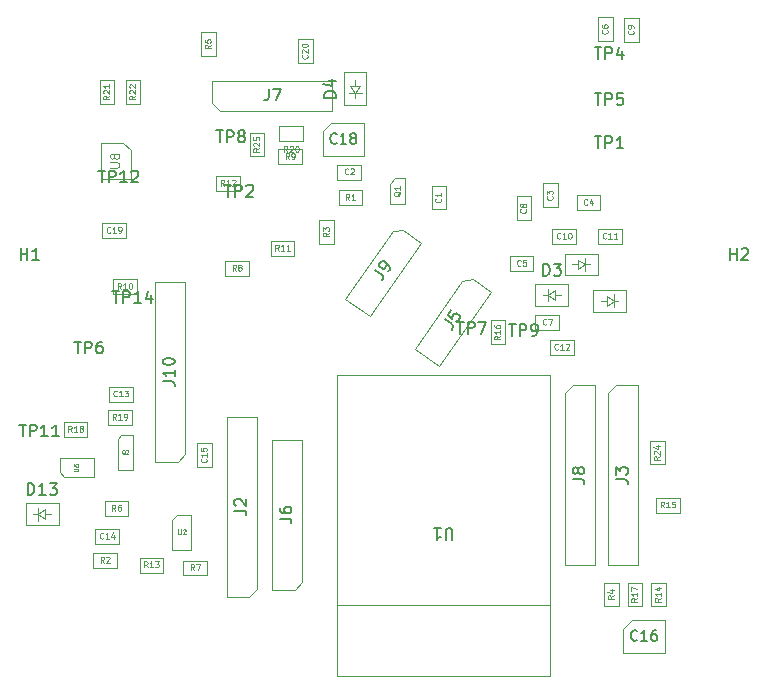
<source format=gbr>
G04 #@! TF.GenerationSoftware,KiCad,Pcbnew,(7.0.0)*
G04 #@! TF.CreationDate,2023-03-26T15:26:54+02:00*
G04 #@! TF.ProjectId,S3-27-epaper-touch,53332d32-372d-4657-9061-7065722d746f,rev?*
G04 #@! TF.SameCoordinates,Original*
G04 #@! TF.FileFunction,AssemblyDrawing,Top*
%FSLAX46Y46*%
G04 Gerber Fmt 4.6, Leading zero omitted, Abs format (unit mm)*
G04 Created by KiCad (PCBNEW (7.0.0)) date 2023-03-26 15:26:54*
%MOMM*%
%LPD*%
G01*
G04 APERTURE LIST*
%ADD10C,0.150000*%
%ADD11C,0.080000*%
%ADD12C,0.050000*%
%ADD13C,0.060000*%
%ADD14C,0.130000*%
%ADD15C,0.110000*%
%ADD16C,0.075000*%
%ADD17C,0.100000*%
G04 APERTURE END LIST*
D10*
X148038095Y-95917380D02*
X148609523Y-95917380D01*
X148323809Y-96917380D02*
X148323809Y-95917380D01*
X148942857Y-96917380D02*
X148942857Y-95917380D01*
X148942857Y-95917380D02*
X149323809Y-95917380D01*
X149323809Y-95917380D02*
X149419047Y-95965000D01*
X149419047Y-95965000D02*
X149466666Y-96012619D01*
X149466666Y-96012619D02*
X149514285Y-96107857D01*
X149514285Y-96107857D02*
X149514285Y-96250714D01*
X149514285Y-96250714D02*
X149466666Y-96345952D01*
X149466666Y-96345952D02*
X149419047Y-96393571D01*
X149419047Y-96393571D02*
X149323809Y-96441190D01*
X149323809Y-96441190D02*
X148942857Y-96441190D01*
X149990476Y-96917380D02*
X150180952Y-96917380D01*
X150180952Y-96917380D02*
X150276190Y-96869761D01*
X150276190Y-96869761D02*
X150323809Y-96822142D01*
X150323809Y-96822142D02*
X150419047Y-96679285D01*
X150419047Y-96679285D02*
X150466666Y-96488809D01*
X150466666Y-96488809D02*
X150466666Y-96107857D01*
X150466666Y-96107857D02*
X150419047Y-96012619D01*
X150419047Y-96012619D02*
X150371428Y-95965000D01*
X150371428Y-95965000D02*
X150276190Y-95917380D01*
X150276190Y-95917380D02*
X150085714Y-95917380D01*
X150085714Y-95917380D02*
X149990476Y-95965000D01*
X149990476Y-95965000D02*
X149942857Y-96012619D01*
X149942857Y-96012619D02*
X149895238Y-96107857D01*
X149895238Y-96107857D02*
X149895238Y-96345952D01*
X149895238Y-96345952D02*
X149942857Y-96441190D01*
X149942857Y-96441190D02*
X149990476Y-96488809D01*
X149990476Y-96488809D02*
X150085714Y-96536428D01*
X150085714Y-96536428D02*
X150276190Y-96536428D01*
X150276190Y-96536428D02*
X150371428Y-96488809D01*
X150371428Y-96488809D02*
X150419047Y-96441190D01*
X150419047Y-96441190D02*
X150466666Y-96345952D01*
X155288095Y-80017380D02*
X155859523Y-80017380D01*
X155573809Y-81017380D02*
X155573809Y-80017380D01*
X156192857Y-81017380D02*
X156192857Y-80017380D01*
X156192857Y-80017380D02*
X156573809Y-80017380D01*
X156573809Y-80017380D02*
X156669047Y-80065000D01*
X156669047Y-80065000D02*
X156716666Y-80112619D01*
X156716666Y-80112619D02*
X156764285Y-80207857D01*
X156764285Y-80207857D02*
X156764285Y-80350714D01*
X156764285Y-80350714D02*
X156716666Y-80445952D01*
X156716666Y-80445952D02*
X156669047Y-80493571D01*
X156669047Y-80493571D02*
X156573809Y-80541190D01*
X156573809Y-80541190D02*
X156192857Y-80541190D01*
X157716666Y-81017380D02*
X157145238Y-81017380D01*
X157430952Y-81017380D02*
X157430952Y-80017380D01*
X157430952Y-80017380D02*
X157335714Y-80160238D01*
X157335714Y-80160238D02*
X157240476Y-80255476D01*
X157240476Y-80255476D02*
X157145238Y-80303095D01*
D11*
X111006771Y-105034890D02*
X110840105Y-104796795D01*
X110721057Y-105034890D02*
X110721057Y-104534890D01*
X110721057Y-104534890D02*
X110911533Y-104534890D01*
X110911533Y-104534890D02*
X110959152Y-104558700D01*
X110959152Y-104558700D02*
X110982962Y-104582509D01*
X110982962Y-104582509D02*
X111006771Y-104630128D01*
X111006771Y-104630128D02*
X111006771Y-104701557D01*
X111006771Y-104701557D02*
X110982962Y-104749176D01*
X110982962Y-104749176D02*
X110959152Y-104772985D01*
X110959152Y-104772985D02*
X110911533Y-104796795D01*
X110911533Y-104796795D02*
X110721057Y-104796795D01*
X111482962Y-105034890D02*
X111197248Y-105034890D01*
X111340105Y-105034890D02*
X111340105Y-104534890D01*
X111340105Y-104534890D02*
X111292486Y-104606319D01*
X111292486Y-104606319D02*
X111244867Y-104653938D01*
X111244867Y-104653938D02*
X111197248Y-104677747D01*
X111768676Y-104749176D02*
X111721057Y-104725366D01*
X111721057Y-104725366D02*
X111697247Y-104701557D01*
X111697247Y-104701557D02*
X111673438Y-104653938D01*
X111673438Y-104653938D02*
X111673438Y-104630128D01*
X111673438Y-104630128D02*
X111697247Y-104582509D01*
X111697247Y-104582509D02*
X111721057Y-104558700D01*
X111721057Y-104558700D02*
X111768676Y-104534890D01*
X111768676Y-104534890D02*
X111863914Y-104534890D01*
X111863914Y-104534890D02*
X111911533Y-104558700D01*
X111911533Y-104558700D02*
X111935342Y-104582509D01*
X111935342Y-104582509D02*
X111959152Y-104630128D01*
X111959152Y-104630128D02*
X111959152Y-104653938D01*
X111959152Y-104653938D02*
X111935342Y-104701557D01*
X111935342Y-104701557D02*
X111911533Y-104725366D01*
X111911533Y-104725366D02*
X111863914Y-104749176D01*
X111863914Y-104749176D02*
X111768676Y-104749176D01*
X111768676Y-104749176D02*
X111721057Y-104772985D01*
X111721057Y-104772985D02*
X111697247Y-104796795D01*
X111697247Y-104796795D02*
X111673438Y-104844414D01*
X111673438Y-104844414D02*
X111673438Y-104939652D01*
X111673438Y-104939652D02*
X111697247Y-104987271D01*
X111697247Y-104987271D02*
X111721057Y-105011080D01*
X111721057Y-105011080D02*
X111768676Y-105034890D01*
X111768676Y-105034890D02*
X111863914Y-105034890D01*
X111863914Y-105034890D02*
X111911533Y-105011080D01*
X111911533Y-105011080D02*
X111935342Y-104987271D01*
X111935342Y-104987271D02*
X111959152Y-104939652D01*
X111959152Y-104939652D02*
X111959152Y-104844414D01*
X111959152Y-104844414D02*
X111935342Y-104796795D01*
X111935342Y-104796795D02*
X111911533Y-104772985D01*
X111911533Y-104772985D02*
X111863914Y-104749176D01*
X147283690Y-96921428D02*
X147045595Y-97088094D01*
X147283690Y-97207142D02*
X146783690Y-97207142D01*
X146783690Y-97207142D02*
X146783690Y-97016666D01*
X146783690Y-97016666D02*
X146807500Y-96969047D01*
X146807500Y-96969047D02*
X146831309Y-96945237D01*
X146831309Y-96945237D02*
X146878928Y-96921428D01*
X146878928Y-96921428D02*
X146950357Y-96921428D01*
X146950357Y-96921428D02*
X146997976Y-96945237D01*
X146997976Y-96945237D02*
X147021785Y-96969047D01*
X147021785Y-96969047D02*
X147045595Y-97016666D01*
X147045595Y-97016666D02*
X147045595Y-97207142D01*
X147283690Y-96445237D02*
X147283690Y-96730951D01*
X147283690Y-96588094D02*
X146783690Y-96588094D01*
X146783690Y-96588094D02*
X146855119Y-96635713D01*
X146855119Y-96635713D02*
X146902738Y-96683332D01*
X146902738Y-96683332D02*
X146926547Y-96730951D01*
X146783690Y-96016666D02*
X146783690Y-96111904D01*
X146783690Y-96111904D02*
X146807500Y-96159523D01*
X146807500Y-96159523D02*
X146831309Y-96183333D01*
X146831309Y-96183333D02*
X146902738Y-96230952D01*
X146902738Y-96230952D02*
X146997976Y-96254761D01*
X146997976Y-96254761D02*
X147188452Y-96254761D01*
X147188452Y-96254761D02*
X147236071Y-96230952D01*
X147236071Y-96230952D02*
X147259880Y-96207142D01*
X147259880Y-96207142D02*
X147283690Y-96159523D01*
X147283690Y-96159523D02*
X147283690Y-96064285D01*
X147283690Y-96064285D02*
X147259880Y-96016666D01*
X147259880Y-96016666D02*
X147236071Y-95992857D01*
X147236071Y-95992857D02*
X147188452Y-95969047D01*
X147188452Y-95969047D02*
X147069404Y-95969047D01*
X147069404Y-95969047D02*
X147021785Y-95992857D01*
X147021785Y-95992857D02*
X146997976Y-96016666D01*
X146997976Y-96016666D02*
X146974166Y-96064285D01*
X146974166Y-96064285D02*
X146974166Y-96159523D01*
X146974166Y-96159523D02*
X146997976Y-96207142D01*
X146997976Y-96207142D02*
X147021785Y-96230952D01*
X147021785Y-96230952D02*
X147069404Y-96254761D01*
D10*
X133367380Y-76738094D02*
X132367380Y-76738094D01*
X132367380Y-76738094D02*
X132367380Y-76499999D01*
X132367380Y-76499999D02*
X132415000Y-76357142D01*
X132415000Y-76357142D02*
X132510238Y-76261904D01*
X132510238Y-76261904D02*
X132605476Y-76214285D01*
X132605476Y-76214285D02*
X132795952Y-76166666D01*
X132795952Y-76166666D02*
X132938809Y-76166666D01*
X132938809Y-76166666D02*
X133129285Y-76214285D01*
X133129285Y-76214285D02*
X133224523Y-76261904D01*
X133224523Y-76261904D02*
X133319761Y-76357142D01*
X133319761Y-76357142D02*
X133367380Y-76499999D01*
X133367380Y-76499999D02*
X133367380Y-76738094D01*
X132700714Y-75309523D02*
X133367380Y-75309523D01*
X132319761Y-75547618D02*
X133034047Y-75785713D01*
X133034047Y-75785713D02*
X133034047Y-75166666D01*
X123238095Y-79517380D02*
X123809523Y-79517380D01*
X123523809Y-80517380D02*
X123523809Y-79517380D01*
X124142857Y-80517380D02*
X124142857Y-79517380D01*
X124142857Y-79517380D02*
X124523809Y-79517380D01*
X124523809Y-79517380D02*
X124619047Y-79565000D01*
X124619047Y-79565000D02*
X124666666Y-79612619D01*
X124666666Y-79612619D02*
X124714285Y-79707857D01*
X124714285Y-79707857D02*
X124714285Y-79850714D01*
X124714285Y-79850714D02*
X124666666Y-79945952D01*
X124666666Y-79945952D02*
X124619047Y-79993571D01*
X124619047Y-79993571D02*
X124523809Y-80041190D01*
X124523809Y-80041190D02*
X124142857Y-80041190D01*
X125285714Y-79945952D02*
X125190476Y-79898333D01*
X125190476Y-79898333D02*
X125142857Y-79850714D01*
X125142857Y-79850714D02*
X125095238Y-79755476D01*
X125095238Y-79755476D02*
X125095238Y-79707857D01*
X125095238Y-79707857D02*
X125142857Y-79612619D01*
X125142857Y-79612619D02*
X125190476Y-79565000D01*
X125190476Y-79565000D02*
X125285714Y-79517380D01*
X125285714Y-79517380D02*
X125476190Y-79517380D01*
X125476190Y-79517380D02*
X125571428Y-79565000D01*
X125571428Y-79565000D02*
X125619047Y-79612619D01*
X125619047Y-79612619D02*
X125666666Y-79707857D01*
X125666666Y-79707857D02*
X125666666Y-79755476D01*
X125666666Y-79755476D02*
X125619047Y-79850714D01*
X125619047Y-79850714D02*
X125571428Y-79898333D01*
X125571428Y-79898333D02*
X125476190Y-79945952D01*
X125476190Y-79945952D02*
X125285714Y-79945952D01*
X125285714Y-79945952D02*
X125190476Y-79993571D01*
X125190476Y-79993571D02*
X125142857Y-80041190D01*
X125142857Y-80041190D02*
X125095238Y-80136428D01*
X125095238Y-80136428D02*
X125095238Y-80326904D01*
X125095238Y-80326904D02*
X125142857Y-80422142D01*
X125142857Y-80422142D02*
X125190476Y-80469761D01*
X125190476Y-80469761D02*
X125285714Y-80517380D01*
X125285714Y-80517380D02*
X125476190Y-80517380D01*
X125476190Y-80517380D02*
X125571428Y-80469761D01*
X125571428Y-80469761D02*
X125619047Y-80422142D01*
X125619047Y-80422142D02*
X125666666Y-80326904D01*
X125666666Y-80326904D02*
X125666666Y-80136428D01*
X125666666Y-80136428D02*
X125619047Y-80041190D01*
X125619047Y-80041190D02*
X125571428Y-79993571D01*
X125571428Y-79993571D02*
X125476190Y-79945952D01*
X113261905Y-82917380D02*
X113833333Y-82917380D01*
X113547619Y-83917380D02*
X113547619Y-82917380D01*
X114166667Y-83917380D02*
X114166667Y-82917380D01*
X114166667Y-82917380D02*
X114547619Y-82917380D01*
X114547619Y-82917380D02*
X114642857Y-82965000D01*
X114642857Y-82965000D02*
X114690476Y-83012619D01*
X114690476Y-83012619D02*
X114738095Y-83107857D01*
X114738095Y-83107857D02*
X114738095Y-83250714D01*
X114738095Y-83250714D02*
X114690476Y-83345952D01*
X114690476Y-83345952D02*
X114642857Y-83393571D01*
X114642857Y-83393571D02*
X114547619Y-83441190D01*
X114547619Y-83441190D02*
X114166667Y-83441190D01*
X115690476Y-83917380D02*
X115119048Y-83917380D01*
X115404762Y-83917380D02*
X115404762Y-82917380D01*
X115404762Y-82917380D02*
X115309524Y-83060238D01*
X115309524Y-83060238D02*
X115214286Y-83155476D01*
X115214286Y-83155476D02*
X115119048Y-83203095D01*
X116071429Y-83012619D02*
X116119048Y-82965000D01*
X116119048Y-82965000D02*
X116214286Y-82917380D01*
X116214286Y-82917380D02*
X116452381Y-82917380D01*
X116452381Y-82917380D02*
X116547619Y-82965000D01*
X116547619Y-82965000D02*
X116595238Y-83012619D01*
X116595238Y-83012619D02*
X116642857Y-83107857D01*
X116642857Y-83107857D02*
X116642857Y-83203095D01*
X116642857Y-83203095D02*
X116595238Y-83345952D01*
X116595238Y-83345952D02*
X116023810Y-83917380D01*
X116023810Y-83917380D02*
X116642857Y-83917380D01*
D11*
X113741666Y-116108690D02*
X113575000Y-115870595D01*
X113455952Y-116108690D02*
X113455952Y-115608690D01*
X113455952Y-115608690D02*
X113646428Y-115608690D01*
X113646428Y-115608690D02*
X113694047Y-115632500D01*
X113694047Y-115632500D02*
X113717857Y-115656309D01*
X113717857Y-115656309D02*
X113741666Y-115703928D01*
X113741666Y-115703928D02*
X113741666Y-115775357D01*
X113741666Y-115775357D02*
X113717857Y-115822976D01*
X113717857Y-115822976D02*
X113694047Y-115846785D01*
X113694047Y-115846785D02*
X113646428Y-115870595D01*
X113646428Y-115870595D02*
X113455952Y-115870595D01*
X113932143Y-115656309D02*
X113955952Y-115632500D01*
X113955952Y-115632500D02*
X114003571Y-115608690D01*
X114003571Y-115608690D02*
X114122619Y-115608690D01*
X114122619Y-115608690D02*
X114170238Y-115632500D01*
X114170238Y-115632500D02*
X114194047Y-115656309D01*
X114194047Y-115656309D02*
X114217857Y-115703928D01*
X114217857Y-115703928D02*
X114217857Y-115751547D01*
X114217857Y-115751547D02*
X114194047Y-115822976D01*
X114194047Y-115822976D02*
X113908333Y-116108690D01*
X113908333Y-116108690D02*
X114217857Y-116108690D01*
X134429166Y-83186071D02*
X134405357Y-83209880D01*
X134405357Y-83209880D02*
X134333928Y-83233690D01*
X134333928Y-83233690D02*
X134286309Y-83233690D01*
X134286309Y-83233690D02*
X134214881Y-83209880D01*
X134214881Y-83209880D02*
X134167262Y-83162261D01*
X134167262Y-83162261D02*
X134143452Y-83114642D01*
X134143452Y-83114642D02*
X134119643Y-83019404D01*
X134119643Y-83019404D02*
X134119643Y-82947976D01*
X134119643Y-82947976D02*
X134143452Y-82852738D01*
X134143452Y-82852738D02*
X134167262Y-82805119D01*
X134167262Y-82805119D02*
X134214881Y-82757500D01*
X134214881Y-82757500D02*
X134286309Y-82733690D01*
X134286309Y-82733690D02*
X134333928Y-82733690D01*
X134333928Y-82733690D02*
X134405357Y-82757500D01*
X134405357Y-82757500D02*
X134429166Y-82781309D01*
X134619643Y-82781309D02*
X134643452Y-82757500D01*
X134643452Y-82757500D02*
X134691071Y-82733690D01*
X134691071Y-82733690D02*
X134810119Y-82733690D01*
X134810119Y-82733690D02*
X134857738Y-82757500D01*
X134857738Y-82757500D02*
X134881547Y-82781309D01*
X134881547Y-82781309D02*
X134905357Y-82828928D01*
X134905357Y-82828928D02*
X134905357Y-82876547D01*
X134905357Y-82876547D02*
X134881547Y-82947976D01*
X134881547Y-82947976D02*
X134595833Y-83233690D01*
X134595833Y-83233690D02*
X134905357Y-83233690D01*
D10*
X127676666Y-75967380D02*
X127676666Y-76681666D01*
X127676666Y-76681666D02*
X127629047Y-76824523D01*
X127629047Y-76824523D02*
X127533809Y-76919761D01*
X127533809Y-76919761D02*
X127390952Y-76967380D01*
X127390952Y-76967380D02*
X127295714Y-76967380D01*
X128057619Y-75967380D02*
X128724285Y-75967380D01*
X128724285Y-75967380D02*
X128295714Y-76967380D01*
D11*
X158883690Y-119121428D02*
X158645595Y-119288094D01*
X158883690Y-119407142D02*
X158383690Y-119407142D01*
X158383690Y-119407142D02*
X158383690Y-119216666D01*
X158383690Y-119216666D02*
X158407500Y-119169047D01*
X158407500Y-119169047D02*
X158431309Y-119145237D01*
X158431309Y-119145237D02*
X158478928Y-119121428D01*
X158478928Y-119121428D02*
X158550357Y-119121428D01*
X158550357Y-119121428D02*
X158597976Y-119145237D01*
X158597976Y-119145237D02*
X158621785Y-119169047D01*
X158621785Y-119169047D02*
X158645595Y-119216666D01*
X158645595Y-119216666D02*
X158645595Y-119407142D01*
X158883690Y-118645237D02*
X158883690Y-118930951D01*
X158883690Y-118788094D02*
X158383690Y-118788094D01*
X158383690Y-118788094D02*
X158455119Y-118835713D01*
X158455119Y-118835713D02*
X158502738Y-118883332D01*
X158502738Y-118883332D02*
X158526547Y-118930951D01*
X158383690Y-118478571D02*
X158383690Y-118145238D01*
X158383690Y-118145238D02*
X158883690Y-118359523D01*
X149436071Y-86183333D02*
X149459880Y-86207142D01*
X149459880Y-86207142D02*
X149483690Y-86278571D01*
X149483690Y-86278571D02*
X149483690Y-86326190D01*
X149483690Y-86326190D02*
X149459880Y-86397618D01*
X149459880Y-86397618D02*
X149412261Y-86445237D01*
X149412261Y-86445237D02*
X149364642Y-86469047D01*
X149364642Y-86469047D02*
X149269404Y-86492856D01*
X149269404Y-86492856D02*
X149197976Y-86492856D01*
X149197976Y-86492856D02*
X149102738Y-86469047D01*
X149102738Y-86469047D02*
X149055119Y-86445237D01*
X149055119Y-86445237D02*
X149007500Y-86397618D01*
X149007500Y-86397618D02*
X148983690Y-86326190D01*
X148983690Y-86326190D02*
X148983690Y-86278571D01*
X148983690Y-86278571D02*
X149007500Y-86207142D01*
X149007500Y-86207142D02*
X149031309Y-86183333D01*
X149197976Y-85897618D02*
X149174166Y-85945237D01*
X149174166Y-85945237D02*
X149150357Y-85969047D01*
X149150357Y-85969047D02*
X149102738Y-85992856D01*
X149102738Y-85992856D02*
X149078928Y-85992856D01*
X149078928Y-85992856D02*
X149031309Y-85969047D01*
X149031309Y-85969047D02*
X149007500Y-85945237D01*
X149007500Y-85945237D02*
X148983690Y-85897618D01*
X148983690Y-85897618D02*
X148983690Y-85802380D01*
X148983690Y-85802380D02*
X149007500Y-85754761D01*
X149007500Y-85754761D02*
X149031309Y-85730952D01*
X149031309Y-85730952D02*
X149078928Y-85707142D01*
X149078928Y-85707142D02*
X149102738Y-85707142D01*
X149102738Y-85707142D02*
X149150357Y-85730952D01*
X149150357Y-85730952D02*
X149174166Y-85754761D01*
X149174166Y-85754761D02*
X149197976Y-85802380D01*
X149197976Y-85802380D02*
X149197976Y-85897618D01*
X149197976Y-85897618D02*
X149221785Y-85945237D01*
X149221785Y-85945237D02*
X149245595Y-85969047D01*
X149245595Y-85969047D02*
X149293214Y-85992856D01*
X149293214Y-85992856D02*
X149388452Y-85992856D01*
X149388452Y-85992856D02*
X149436071Y-85969047D01*
X149436071Y-85969047D02*
X149459880Y-85945237D01*
X149459880Y-85945237D02*
X149483690Y-85897618D01*
X149483690Y-85897618D02*
X149483690Y-85802380D01*
X149483690Y-85802380D02*
X149459880Y-85754761D01*
X149459880Y-85754761D02*
X149436071Y-85730952D01*
X149436071Y-85730952D02*
X149388452Y-85707142D01*
X149388452Y-85707142D02*
X149293214Y-85707142D01*
X149293214Y-85707142D02*
X149245595Y-85730952D01*
X149245595Y-85730952D02*
X149221785Y-85754761D01*
X149221785Y-85754761D02*
X149197976Y-85802380D01*
X160883690Y-119121428D02*
X160645595Y-119288094D01*
X160883690Y-119407142D02*
X160383690Y-119407142D01*
X160383690Y-119407142D02*
X160383690Y-119216666D01*
X160383690Y-119216666D02*
X160407500Y-119169047D01*
X160407500Y-119169047D02*
X160431309Y-119145237D01*
X160431309Y-119145237D02*
X160478928Y-119121428D01*
X160478928Y-119121428D02*
X160550357Y-119121428D01*
X160550357Y-119121428D02*
X160597976Y-119145237D01*
X160597976Y-119145237D02*
X160621785Y-119169047D01*
X160621785Y-119169047D02*
X160645595Y-119216666D01*
X160645595Y-119216666D02*
X160645595Y-119407142D01*
X160883690Y-118645237D02*
X160883690Y-118930951D01*
X160883690Y-118788094D02*
X160383690Y-118788094D01*
X160383690Y-118788094D02*
X160455119Y-118835713D01*
X160455119Y-118835713D02*
X160502738Y-118883332D01*
X160502738Y-118883332D02*
X160526547Y-118930951D01*
X160550357Y-118216666D02*
X160883690Y-118216666D01*
X160359880Y-118335714D02*
X160717023Y-118454761D01*
X160717023Y-118454761D02*
X160717023Y-118145238D01*
X151191666Y-95911071D02*
X151167857Y-95934880D01*
X151167857Y-95934880D02*
X151096428Y-95958690D01*
X151096428Y-95958690D02*
X151048809Y-95958690D01*
X151048809Y-95958690D02*
X150977381Y-95934880D01*
X150977381Y-95934880D02*
X150929762Y-95887261D01*
X150929762Y-95887261D02*
X150905952Y-95839642D01*
X150905952Y-95839642D02*
X150882143Y-95744404D01*
X150882143Y-95744404D02*
X150882143Y-95672976D01*
X150882143Y-95672976D02*
X150905952Y-95577738D01*
X150905952Y-95577738D02*
X150929762Y-95530119D01*
X150929762Y-95530119D02*
X150977381Y-95482500D01*
X150977381Y-95482500D02*
X151048809Y-95458690D01*
X151048809Y-95458690D02*
X151096428Y-95458690D01*
X151096428Y-95458690D02*
X151167857Y-95482500D01*
X151167857Y-95482500D02*
X151191666Y-95506309D01*
X151358333Y-95458690D02*
X151691666Y-95458690D01*
X151691666Y-95458690D02*
X151477381Y-95958690D01*
X126883690Y-81021428D02*
X126645595Y-81188094D01*
X126883690Y-81307142D02*
X126383690Y-81307142D01*
X126383690Y-81307142D02*
X126383690Y-81116666D01*
X126383690Y-81116666D02*
X126407500Y-81069047D01*
X126407500Y-81069047D02*
X126431309Y-81045237D01*
X126431309Y-81045237D02*
X126478928Y-81021428D01*
X126478928Y-81021428D02*
X126550357Y-81021428D01*
X126550357Y-81021428D02*
X126597976Y-81045237D01*
X126597976Y-81045237D02*
X126621785Y-81069047D01*
X126621785Y-81069047D02*
X126645595Y-81116666D01*
X126645595Y-81116666D02*
X126645595Y-81307142D01*
X126431309Y-80830951D02*
X126407500Y-80807142D01*
X126407500Y-80807142D02*
X126383690Y-80759523D01*
X126383690Y-80759523D02*
X126383690Y-80640475D01*
X126383690Y-80640475D02*
X126407500Y-80592856D01*
X126407500Y-80592856D02*
X126431309Y-80569047D01*
X126431309Y-80569047D02*
X126478928Y-80545237D01*
X126478928Y-80545237D02*
X126526547Y-80545237D01*
X126526547Y-80545237D02*
X126597976Y-80569047D01*
X126597976Y-80569047D02*
X126883690Y-80854761D01*
X126883690Y-80854761D02*
X126883690Y-80545237D01*
X126383690Y-80092857D02*
X126383690Y-80330952D01*
X126383690Y-80330952D02*
X126621785Y-80354761D01*
X126621785Y-80354761D02*
X126597976Y-80330952D01*
X126597976Y-80330952D02*
X126574166Y-80283333D01*
X126574166Y-80283333D02*
X126574166Y-80164285D01*
X126574166Y-80164285D02*
X126597976Y-80116666D01*
X126597976Y-80116666D02*
X126621785Y-80092857D01*
X126621785Y-80092857D02*
X126669404Y-80069047D01*
X126669404Y-80069047D02*
X126788452Y-80069047D01*
X126788452Y-80069047D02*
X126836071Y-80092857D01*
X126836071Y-80092857D02*
X126859880Y-80116666D01*
X126859880Y-80116666D02*
X126883690Y-80164285D01*
X126883690Y-80164285D02*
X126883690Y-80283333D01*
X126883690Y-80283333D02*
X126859880Y-80330952D01*
X126859880Y-80330952D02*
X126836071Y-80354761D01*
X116383690Y-76571428D02*
X116145595Y-76738094D01*
X116383690Y-76857142D02*
X115883690Y-76857142D01*
X115883690Y-76857142D02*
X115883690Y-76666666D01*
X115883690Y-76666666D02*
X115907500Y-76619047D01*
X115907500Y-76619047D02*
X115931309Y-76595237D01*
X115931309Y-76595237D02*
X115978928Y-76571428D01*
X115978928Y-76571428D02*
X116050357Y-76571428D01*
X116050357Y-76571428D02*
X116097976Y-76595237D01*
X116097976Y-76595237D02*
X116121785Y-76619047D01*
X116121785Y-76619047D02*
X116145595Y-76666666D01*
X116145595Y-76666666D02*
X116145595Y-76857142D01*
X115931309Y-76380951D02*
X115907500Y-76357142D01*
X115907500Y-76357142D02*
X115883690Y-76309523D01*
X115883690Y-76309523D02*
X115883690Y-76190475D01*
X115883690Y-76190475D02*
X115907500Y-76142856D01*
X115907500Y-76142856D02*
X115931309Y-76119047D01*
X115931309Y-76119047D02*
X115978928Y-76095237D01*
X115978928Y-76095237D02*
X116026547Y-76095237D01*
X116026547Y-76095237D02*
X116097976Y-76119047D01*
X116097976Y-76119047D02*
X116383690Y-76404761D01*
X116383690Y-76404761D02*
X116383690Y-76095237D01*
X115931309Y-75904761D02*
X115907500Y-75880952D01*
X115907500Y-75880952D02*
X115883690Y-75833333D01*
X115883690Y-75833333D02*
X115883690Y-75714285D01*
X115883690Y-75714285D02*
X115907500Y-75666666D01*
X115907500Y-75666666D02*
X115931309Y-75642857D01*
X115931309Y-75642857D02*
X115978928Y-75619047D01*
X115978928Y-75619047D02*
X116026547Y-75619047D01*
X116026547Y-75619047D02*
X116097976Y-75642857D01*
X116097976Y-75642857D02*
X116383690Y-75928571D01*
X116383690Y-75928571D02*
X116383690Y-75619047D01*
X130936071Y-73121428D02*
X130959880Y-73145237D01*
X130959880Y-73145237D02*
X130983690Y-73216666D01*
X130983690Y-73216666D02*
X130983690Y-73264285D01*
X130983690Y-73264285D02*
X130959880Y-73335713D01*
X130959880Y-73335713D02*
X130912261Y-73383332D01*
X130912261Y-73383332D02*
X130864642Y-73407142D01*
X130864642Y-73407142D02*
X130769404Y-73430951D01*
X130769404Y-73430951D02*
X130697976Y-73430951D01*
X130697976Y-73430951D02*
X130602738Y-73407142D01*
X130602738Y-73407142D02*
X130555119Y-73383332D01*
X130555119Y-73383332D02*
X130507500Y-73335713D01*
X130507500Y-73335713D02*
X130483690Y-73264285D01*
X130483690Y-73264285D02*
X130483690Y-73216666D01*
X130483690Y-73216666D02*
X130507500Y-73145237D01*
X130507500Y-73145237D02*
X130531309Y-73121428D01*
X130531309Y-72930951D02*
X130507500Y-72907142D01*
X130507500Y-72907142D02*
X130483690Y-72859523D01*
X130483690Y-72859523D02*
X130483690Y-72740475D01*
X130483690Y-72740475D02*
X130507500Y-72692856D01*
X130507500Y-72692856D02*
X130531309Y-72669047D01*
X130531309Y-72669047D02*
X130578928Y-72645237D01*
X130578928Y-72645237D02*
X130626547Y-72645237D01*
X130626547Y-72645237D02*
X130697976Y-72669047D01*
X130697976Y-72669047D02*
X130983690Y-72954761D01*
X130983690Y-72954761D02*
X130983690Y-72645237D01*
X130483690Y-72335714D02*
X130483690Y-72288095D01*
X130483690Y-72288095D02*
X130507500Y-72240476D01*
X130507500Y-72240476D02*
X130531309Y-72216666D01*
X130531309Y-72216666D02*
X130578928Y-72192857D01*
X130578928Y-72192857D02*
X130674166Y-72169047D01*
X130674166Y-72169047D02*
X130793214Y-72169047D01*
X130793214Y-72169047D02*
X130888452Y-72192857D01*
X130888452Y-72192857D02*
X130936071Y-72216666D01*
X130936071Y-72216666D02*
X130959880Y-72240476D01*
X130959880Y-72240476D02*
X130983690Y-72288095D01*
X130983690Y-72288095D02*
X130983690Y-72335714D01*
X130983690Y-72335714D02*
X130959880Y-72383333D01*
X130959880Y-72383333D02*
X130936071Y-72407142D01*
X130936071Y-72407142D02*
X130888452Y-72430952D01*
X130888452Y-72430952D02*
X130793214Y-72454761D01*
X130793214Y-72454761D02*
X130674166Y-72454761D01*
X130674166Y-72454761D02*
X130578928Y-72430952D01*
X130578928Y-72430952D02*
X130531309Y-72407142D01*
X130531309Y-72407142D02*
X130507500Y-72383333D01*
X130507500Y-72383333D02*
X130483690Y-72335714D01*
X156266071Y-88636071D02*
X156242262Y-88659880D01*
X156242262Y-88659880D02*
X156170833Y-88683690D01*
X156170833Y-88683690D02*
X156123214Y-88683690D01*
X156123214Y-88683690D02*
X156051786Y-88659880D01*
X156051786Y-88659880D02*
X156004167Y-88612261D01*
X156004167Y-88612261D02*
X155980357Y-88564642D01*
X155980357Y-88564642D02*
X155956548Y-88469404D01*
X155956548Y-88469404D02*
X155956548Y-88397976D01*
X155956548Y-88397976D02*
X155980357Y-88302738D01*
X155980357Y-88302738D02*
X156004167Y-88255119D01*
X156004167Y-88255119D02*
X156051786Y-88207500D01*
X156051786Y-88207500D02*
X156123214Y-88183690D01*
X156123214Y-88183690D02*
X156170833Y-88183690D01*
X156170833Y-88183690D02*
X156242262Y-88207500D01*
X156242262Y-88207500D02*
X156266071Y-88231309D01*
X156742262Y-88683690D02*
X156456548Y-88683690D01*
X156599405Y-88683690D02*
X156599405Y-88183690D01*
X156599405Y-88183690D02*
X156551786Y-88255119D01*
X156551786Y-88255119D02*
X156504167Y-88302738D01*
X156504167Y-88302738D02*
X156456548Y-88326547D01*
X157218452Y-88683690D02*
X156932738Y-88683690D01*
X157075595Y-88683690D02*
X157075595Y-88183690D01*
X157075595Y-88183690D02*
X157027976Y-88255119D01*
X157027976Y-88255119D02*
X156980357Y-88302738D01*
X156980357Y-88302738D02*
X156932738Y-88326547D01*
X129278571Y-81333690D02*
X129111905Y-81095595D01*
X128992857Y-81333690D02*
X128992857Y-80833690D01*
X128992857Y-80833690D02*
X129183333Y-80833690D01*
X129183333Y-80833690D02*
X129230952Y-80857500D01*
X129230952Y-80857500D02*
X129254762Y-80881309D01*
X129254762Y-80881309D02*
X129278571Y-80928928D01*
X129278571Y-80928928D02*
X129278571Y-81000357D01*
X129278571Y-81000357D02*
X129254762Y-81047976D01*
X129254762Y-81047976D02*
X129230952Y-81071785D01*
X129230952Y-81071785D02*
X129183333Y-81095595D01*
X129183333Y-81095595D02*
X128992857Y-81095595D01*
X129469048Y-80881309D02*
X129492857Y-80857500D01*
X129492857Y-80857500D02*
X129540476Y-80833690D01*
X129540476Y-80833690D02*
X129659524Y-80833690D01*
X129659524Y-80833690D02*
X129707143Y-80857500D01*
X129707143Y-80857500D02*
X129730952Y-80881309D01*
X129730952Y-80881309D02*
X129754762Y-80928928D01*
X129754762Y-80928928D02*
X129754762Y-80976547D01*
X129754762Y-80976547D02*
X129730952Y-81047976D01*
X129730952Y-81047976D02*
X129445238Y-81333690D01*
X129445238Y-81333690D02*
X129754762Y-81333690D01*
X130064285Y-80833690D02*
X130111904Y-80833690D01*
X130111904Y-80833690D02*
X130159523Y-80857500D01*
X130159523Y-80857500D02*
X130183333Y-80881309D01*
X130183333Y-80881309D02*
X130207142Y-80928928D01*
X130207142Y-80928928D02*
X130230952Y-81024166D01*
X130230952Y-81024166D02*
X130230952Y-81143214D01*
X130230952Y-81143214D02*
X130207142Y-81238452D01*
X130207142Y-81238452D02*
X130183333Y-81286071D01*
X130183333Y-81286071D02*
X130159523Y-81309880D01*
X130159523Y-81309880D02*
X130111904Y-81333690D01*
X130111904Y-81333690D02*
X130064285Y-81333690D01*
X130064285Y-81333690D02*
X130016666Y-81309880D01*
X130016666Y-81309880D02*
X129992857Y-81286071D01*
X129992857Y-81286071D02*
X129969047Y-81238452D01*
X129969047Y-81238452D02*
X129945238Y-81143214D01*
X129945238Y-81143214D02*
X129945238Y-81024166D01*
X129945238Y-81024166D02*
X129969047Y-80928928D01*
X129969047Y-80928928D02*
X129992857Y-80881309D01*
X129992857Y-80881309D02*
X130016666Y-80857500D01*
X130016666Y-80857500D02*
X130064285Y-80833690D01*
D10*
X114461905Y-93117380D02*
X115033333Y-93117380D01*
X114747619Y-94117380D02*
X114747619Y-93117380D01*
X115366667Y-94117380D02*
X115366667Y-93117380D01*
X115366667Y-93117380D02*
X115747619Y-93117380D01*
X115747619Y-93117380D02*
X115842857Y-93165000D01*
X115842857Y-93165000D02*
X115890476Y-93212619D01*
X115890476Y-93212619D02*
X115938095Y-93307857D01*
X115938095Y-93307857D02*
X115938095Y-93450714D01*
X115938095Y-93450714D02*
X115890476Y-93545952D01*
X115890476Y-93545952D02*
X115842857Y-93593571D01*
X115842857Y-93593571D02*
X115747619Y-93641190D01*
X115747619Y-93641190D02*
X115366667Y-93641190D01*
X116890476Y-94117380D02*
X116319048Y-94117380D01*
X116604762Y-94117380D02*
X116604762Y-93117380D01*
X116604762Y-93117380D02*
X116509524Y-93260238D01*
X116509524Y-93260238D02*
X116414286Y-93355476D01*
X116414286Y-93355476D02*
X116319048Y-93403095D01*
X117747619Y-93450714D02*
X117747619Y-94117380D01*
X117509524Y-93069761D02*
X117271429Y-93784047D01*
X117271429Y-93784047D02*
X117890476Y-93784047D01*
D11*
X128548571Y-89683690D02*
X128381905Y-89445595D01*
X128262857Y-89683690D02*
X128262857Y-89183690D01*
X128262857Y-89183690D02*
X128453333Y-89183690D01*
X128453333Y-89183690D02*
X128500952Y-89207500D01*
X128500952Y-89207500D02*
X128524762Y-89231309D01*
X128524762Y-89231309D02*
X128548571Y-89278928D01*
X128548571Y-89278928D02*
X128548571Y-89350357D01*
X128548571Y-89350357D02*
X128524762Y-89397976D01*
X128524762Y-89397976D02*
X128500952Y-89421785D01*
X128500952Y-89421785D02*
X128453333Y-89445595D01*
X128453333Y-89445595D02*
X128262857Y-89445595D01*
X129024762Y-89683690D02*
X128739048Y-89683690D01*
X128881905Y-89683690D02*
X128881905Y-89183690D01*
X128881905Y-89183690D02*
X128834286Y-89255119D01*
X128834286Y-89255119D02*
X128786667Y-89302738D01*
X128786667Y-89302738D02*
X128739048Y-89326547D01*
X129500952Y-89683690D02*
X129215238Y-89683690D01*
X129358095Y-89683690D02*
X129358095Y-89183690D01*
X129358095Y-89183690D02*
X129310476Y-89255119D01*
X129310476Y-89255119D02*
X129262857Y-89302738D01*
X129262857Y-89302738D02*
X129215238Y-89326547D01*
X154666666Y-85786071D02*
X154642857Y-85809880D01*
X154642857Y-85809880D02*
X154571428Y-85833690D01*
X154571428Y-85833690D02*
X154523809Y-85833690D01*
X154523809Y-85833690D02*
X154452381Y-85809880D01*
X154452381Y-85809880D02*
X154404762Y-85762261D01*
X154404762Y-85762261D02*
X154380952Y-85714642D01*
X154380952Y-85714642D02*
X154357143Y-85619404D01*
X154357143Y-85619404D02*
X154357143Y-85547976D01*
X154357143Y-85547976D02*
X154380952Y-85452738D01*
X154380952Y-85452738D02*
X154404762Y-85405119D01*
X154404762Y-85405119D02*
X154452381Y-85357500D01*
X154452381Y-85357500D02*
X154523809Y-85333690D01*
X154523809Y-85333690D02*
X154571428Y-85333690D01*
X154571428Y-85333690D02*
X154642857Y-85357500D01*
X154642857Y-85357500D02*
X154666666Y-85381309D01*
X155095238Y-85500357D02*
X155095238Y-85833690D01*
X154976190Y-85309880D02*
X154857143Y-85667023D01*
X154857143Y-85667023D02*
X155166666Y-85667023D01*
X158536071Y-71083333D02*
X158559880Y-71107142D01*
X158559880Y-71107142D02*
X158583690Y-71178571D01*
X158583690Y-71178571D02*
X158583690Y-71226190D01*
X158583690Y-71226190D02*
X158559880Y-71297618D01*
X158559880Y-71297618D02*
X158512261Y-71345237D01*
X158512261Y-71345237D02*
X158464642Y-71369047D01*
X158464642Y-71369047D02*
X158369404Y-71392856D01*
X158369404Y-71392856D02*
X158297976Y-71392856D01*
X158297976Y-71392856D02*
X158202738Y-71369047D01*
X158202738Y-71369047D02*
X158155119Y-71345237D01*
X158155119Y-71345237D02*
X158107500Y-71297618D01*
X158107500Y-71297618D02*
X158083690Y-71226190D01*
X158083690Y-71226190D02*
X158083690Y-71178571D01*
X158083690Y-71178571D02*
X158107500Y-71107142D01*
X158107500Y-71107142D02*
X158131309Y-71083333D01*
X158583690Y-70845237D02*
X158583690Y-70749999D01*
X158583690Y-70749999D02*
X158559880Y-70702380D01*
X158559880Y-70702380D02*
X158536071Y-70678571D01*
X158536071Y-70678571D02*
X158464642Y-70630952D01*
X158464642Y-70630952D02*
X158369404Y-70607142D01*
X158369404Y-70607142D02*
X158178928Y-70607142D01*
X158178928Y-70607142D02*
X158131309Y-70630952D01*
X158131309Y-70630952D02*
X158107500Y-70654761D01*
X158107500Y-70654761D02*
X158083690Y-70702380D01*
X158083690Y-70702380D02*
X158083690Y-70797618D01*
X158083690Y-70797618D02*
X158107500Y-70845237D01*
X158107500Y-70845237D02*
X158131309Y-70869047D01*
X158131309Y-70869047D02*
X158178928Y-70892856D01*
X158178928Y-70892856D02*
X158297976Y-70892856D01*
X158297976Y-70892856D02*
X158345595Y-70869047D01*
X158345595Y-70869047D02*
X158369404Y-70845237D01*
X158369404Y-70845237D02*
X158393214Y-70797618D01*
X158393214Y-70797618D02*
X158393214Y-70702380D01*
X158393214Y-70702380D02*
X158369404Y-70654761D01*
X158369404Y-70654761D02*
X158345595Y-70630952D01*
X158345595Y-70630952D02*
X158297976Y-70607142D01*
X132783690Y-88183333D02*
X132545595Y-88349999D01*
X132783690Y-88469047D02*
X132283690Y-88469047D01*
X132283690Y-88469047D02*
X132283690Y-88278571D01*
X132283690Y-88278571D02*
X132307500Y-88230952D01*
X132307500Y-88230952D02*
X132331309Y-88207142D01*
X132331309Y-88207142D02*
X132378928Y-88183333D01*
X132378928Y-88183333D02*
X132450357Y-88183333D01*
X132450357Y-88183333D02*
X132497976Y-88207142D01*
X132497976Y-88207142D02*
X132521785Y-88230952D01*
X132521785Y-88230952D02*
X132545595Y-88278571D01*
X132545595Y-88278571D02*
X132545595Y-88469047D01*
X132283690Y-88016666D02*
X132283690Y-87707142D01*
X132283690Y-87707142D02*
X132474166Y-87873809D01*
X132474166Y-87873809D02*
X132474166Y-87802380D01*
X132474166Y-87802380D02*
X132497976Y-87754761D01*
X132497976Y-87754761D02*
X132521785Y-87730952D01*
X132521785Y-87730952D02*
X132569404Y-87707142D01*
X132569404Y-87707142D02*
X132688452Y-87707142D01*
X132688452Y-87707142D02*
X132736071Y-87730952D01*
X132736071Y-87730952D02*
X132759880Y-87754761D01*
X132759880Y-87754761D02*
X132783690Y-87802380D01*
X132783690Y-87802380D02*
X132783690Y-87945237D01*
X132783690Y-87945237D02*
X132759880Y-87992856D01*
X132759880Y-87992856D02*
X132736071Y-88016666D01*
D10*
X155288095Y-72467380D02*
X155859523Y-72467380D01*
X155573809Y-73467380D02*
X155573809Y-72467380D01*
X156192857Y-73467380D02*
X156192857Y-72467380D01*
X156192857Y-72467380D02*
X156573809Y-72467380D01*
X156573809Y-72467380D02*
X156669047Y-72515000D01*
X156669047Y-72515000D02*
X156716666Y-72562619D01*
X156716666Y-72562619D02*
X156764285Y-72657857D01*
X156764285Y-72657857D02*
X156764285Y-72800714D01*
X156764285Y-72800714D02*
X156716666Y-72895952D01*
X156716666Y-72895952D02*
X156669047Y-72943571D01*
X156669047Y-72943571D02*
X156573809Y-72991190D01*
X156573809Y-72991190D02*
X156192857Y-72991190D01*
X157621428Y-72800714D02*
X157621428Y-73467380D01*
X157383333Y-72419761D02*
X157145238Y-73134047D01*
X157145238Y-73134047D02*
X157764285Y-73134047D01*
X106688095Y-90467380D02*
X106688095Y-89467380D01*
X106688095Y-89943571D02*
X107259523Y-89943571D01*
X107259523Y-90467380D02*
X107259523Y-89467380D01*
X108259523Y-90467380D02*
X107688095Y-90467380D01*
X107973809Y-90467380D02*
X107973809Y-89467380D01*
X107973809Y-89467380D02*
X107878571Y-89610238D01*
X107878571Y-89610238D02*
X107783333Y-89705476D01*
X107783333Y-89705476D02*
X107688095Y-89753095D01*
D11*
X156336071Y-71020833D02*
X156359880Y-71044642D01*
X156359880Y-71044642D02*
X156383690Y-71116071D01*
X156383690Y-71116071D02*
X156383690Y-71163690D01*
X156383690Y-71163690D02*
X156359880Y-71235118D01*
X156359880Y-71235118D02*
X156312261Y-71282737D01*
X156312261Y-71282737D02*
X156264642Y-71306547D01*
X156264642Y-71306547D02*
X156169404Y-71330356D01*
X156169404Y-71330356D02*
X156097976Y-71330356D01*
X156097976Y-71330356D02*
X156002738Y-71306547D01*
X156002738Y-71306547D02*
X155955119Y-71282737D01*
X155955119Y-71282737D02*
X155907500Y-71235118D01*
X155907500Y-71235118D02*
X155883690Y-71163690D01*
X155883690Y-71163690D02*
X155883690Y-71116071D01*
X155883690Y-71116071D02*
X155907500Y-71044642D01*
X155907500Y-71044642D02*
X155931309Y-71020833D01*
X155883690Y-70592261D02*
X155883690Y-70687499D01*
X155883690Y-70687499D02*
X155907500Y-70735118D01*
X155907500Y-70735118D02*
X155931309Y-70758928D01*
X155931309Y-70758928D02*
X156002738Y-70806547D01*
X156002738Y-70806547D02*
X156097976Y-70830356D01*
X156097976Y-70830356D02*
X156288452Y-70830356D01*
X156288452Y-70830356D02*
X156336071Y-70806547D01*
X156336071Y-70806547D02*
X156359880Y-70782737D01*
X156359880Y-70782737D02*
X156383690Y-70735118D01*
X156383690Y-70735118D02*
X156383690Y-70639880D01*
X156383690Y-70639880D02*
X156359880Y-70592261D01*
X156359880Y-70592261D02*
X156336071Y-70568452D01*
X156336071Y-70568452D02*
X156288452Y-70544642D01*
X156288452Y-70544642D02*
X156169404Y-70544642D01*
X156169404Y-70544642D02*
X156121785Y-70568452D01*
X156121785Y-70568452D02*
X156097976Y-70592261D01*
X156097976Y-70592261D02*
X156074166Y-70639880D01*
X156074166Y-70639880D02*
X156074166Y-70735118D01*
X156074166Y-70735118D02*
X156097976Y-70782737D01*
X156097976Y-70782737D02*
X156121785Y-70806547D01*
X156121785Y-70806547D02*
X156169404Y-70830356D01*
D12*
X115514123Y-106929638D02*
X115483647Y-106914400D01*
X115483647Y-106914400D02*
X115453171Y-106883923D01*
X115453171Y-106883923D02*
X115407457Y-106838209D01*
X115407457Y-106838209D02*
X115376980Y-106822971D01*
X115376980Y-106822971D02*
X115346504Y-106822971D01*
X115361742Y-106899161D02*
X115331266Y-106883923D01*
X115331266Y-106883923D02*
X115300790Y-106853447D01*
X115300790Y-106853447D02*
X115285552Y-106792495D01*
X115285552Y-106792495D02*
X115285552Y-106685828D01*
X115285552Y-106685828D02*
X115300790Y-106624876D01*
X115300790Y-106624876D02*
X115331266Y-106594400D01*
X115331266Y-106594400D02*
X115361742Y-106579161D01*
X115361742Y-106579161D02*
X115422695Y-106579161D01*
X115422695Y-106579161D02*
X115453171Y-106594400D01*
X115453171Y-106594400D02*
X115483647Y-106624876D01*
X115483647Y-106624876D02*
X115498885Y-106685828D01*
X115498885Y-106685828D02*
X115498885Y-106792495D01*
X115498885Y-106792495D02*
X115483647Y-106853447D01*
X115483647Y-106853447D02*
X115453171Y-106883923D01*
X115453171Y-106883923D02*
X115422695Y-106899161D01*
X115422695Y-106899161D02*
X115361742Y-106899161D01*
X115620790Y-106609638D02*
X115636028Y-106594400D01*
X115636028Y-106594400D02*
X115666504Y-106579161D01*
X115666504Y-106579161D02*
X115742695Y-106579161D01*
X115742695Y-106579161D02*
X115773171Y-106594400D01*
X115773171Y-106594400D02*
X115788409Y-106609638D01*
X115788409Y-106609638D02*
X115803647Y-106640114D01*
X115803647Y-106640114D02*
X115803647Y-106670590D01*
X115803647Y-106670590D02*
X115788409Y-106716304D01*
X115788409Y-106716304D02*
X115605552Y-106899161D01*
X115605552Y-106899161D02*
X115803647Y-106899161D01*
D11*
X114716666Y-111715090D02*
X114550000Y-111476995D01*
X114430952Y-111715090D02*
X114430952Y-111215090D01*
X114430952Y-111215090D02*
X114621428Y-111215090D01*
X114621428Y-111215090D02*
X114669047Y-111238900D01*
X114669047Y-111238900D02*
X114692857Y-111262709D01*
X114692857Y-111262709D02*
X114716666Y-111310328D01*
X114716666Y-111310328D02*
X114716666Y-111381757D01*
X114716666Y-111381757D02*
X114692857Y-111429376D01*
X114692857Y-111429376D02*
X114669047Y-111453185D01*
X114669047Y-111453185D02*
X114621428Y-111476995D01*
X114621428Y-111476995D02*
X114430952Y-111476995D01*
X115145238Y-111215090D02*
X115050000Y-111215090D01*
X115050000Y-111215090D02*
X115002381Y-111238900D01*
X115002381Y-111238900D02*
X114978571Y-111262709D01*
X114978571Y-111262709D02*
X114930952Y-111334138D01*
X114930952Y-111334138D02*
X114907143Y-111429376D01*
X114907143Y-111429376D02*
X114907143Y-111619852D01*
X114907143Y-111619852D02*
X114930952Y-111667471D01*
X114930952Y-111667471D02*
X114954762Y-111691280D01*
X114954762Y-111691280D02*
X115002381Y-111715090D01*
X115002381Y-111715090D02*
X115097619Y-111715090D01*
X115097619Y-111715090D02*
X115145238Y-111691280D01*
X115145238Y-111691280D02*
X115169047Y-111667471D01*
X115169047Y-111667471D02*
X115192857Y-111619852D01*
X115192857Y-111619852D02*
X115192857Y-111500804D01*
X115192857Y-111500804D02*
X115169047Y-111453185D01*
X115169047Y-111453185D02*
X115145238Y-111429376D01*
X115145238Y-111429376D02*
X115097619Y-111405566D01*
X115097619Y-111405566D02*
X115002381Y-111405566D01*
X115002381Y-111405566D02*
X114954762Y-111429376D01*
X114954762Y-111429376D02*
X114930952Y-111453185D01*
X114930952Y-111453185D02*
X114907143Y-111500804D01*
X113699171Y-114029671D02*
X113675362Y-114053480D01*
X113675362Y-114053480D02*
X113603933Y-114077290D01*
X113603933Y-114077290D02*
X113556314Y-114077290D01*
X113556314Y-114077290D02*
X113484886Y-114053480D01*
X113484886Y-114053480D02*
X113437267Y-114005861D01*
X113437267Y-114005861D02*
X113413457Y-113958242D01*
X113413457Y-113958242D02*
X113389648Y-113863004D01*
X113389648Y-113863004D02*
X113389648Y-113791576D01*
X113389648Y-113791576D02*
X113413457Y-113696338D01*
X113413457Y-113696338D02*
X113437267Y-113648719D01*
X113437267Y-113648719D02*
X113484886Y-113601100D01*
X113484886Y-113601100D02*
X113556314Y-113577290D01*
X113556314Y-113577290D02*
X113603933Y-113577290D01*
X113603933Y-113577290D02*
X113675362Y-113601100D01*
X113675362Y-113601100D02*
X113699171Y-113624909D01*
X114175362Y-114077290D02*
X113889648Y-114077290D01*
X114032505Y-114077290D02*
X114032505Y-113577290D01*
X114032505Y-113577290D02*
X113984886Y-113648719D01*
X113984886Y-113648719D02*
X113937267Y-113696338D01*
X113937267Y-113696338D02*
X113889648Y-113720147D01*
X114603933Y-113743957D02*
X114603933Y-114077290D01*
X114484885Y-113553480D02*
X114365838Y-113910623D01*
X114365838Y-113910623D02*
X114675361Y-113910623D01*
D10*
X118717380Y-100759523D02*
X119431666Y-100759523D01*
X119431666Y-100759523D02*
X119574523Y-100807142D01*
X119574523Y-100807142D02*
X119669761Y-100902380D01*
X119669761Y-100902380D02*
X119717380Y-101045237D01*
X119717380Y-101045237D02*
X119717380Y-101140475D01*
X119717380Y-99759523D02*
X119717380Y-100330951D01*
X119717380Y-100045237D02*
X118717380Y-100045237D01*
X118717380Y-100045237D02*
X118860238Y-100140475D01*
X118860238Y-100140475D02*
X118955476Y-100235713D01*
X118955476Y-100235713D02*
X119003095Y-100330951D01*
X118717380Y-99140475D02*
X118717380Y-99045237D01*
X118717380Y-99045237D02*
X118765000Y-98949999D01*
X118765000Y-98949999D02*
X118812619Y-98902380D01*
X118812619Y-98902380D02*
X118907857Y-98854761D01*
X118907857Y-98854761D02*
X119098333Y-98807142D01*
X119098333Y-98807142D02*
X119336428Y-98807142D01*
X119336428Y-98807142D02*
X119526904Y-98854761D01*
X119526904Y-98854761D02*
X119622142Y-98902380D01*
X119622142Y-98902380D02*
X119669761Y-98949999D01*
X119669761Y-98949999D02*
X119717380Y-99045237D01*
X119717380Y-99045237D02*
X119717380Y-99140475D01*
X119717380Y-99140475D02*
X119669761Y-99235713D01*
X119669761Y-99235713D02*
X119622142Y-99283332D01*
X119622142Y-99283332D02*
X119526904Y-99330951D01*
X119526904Y-99330951D02*
X119336428Y-99378570D01*
X119336428Y-99378570D02*
X119098333Y-99378570D01*
X119098333Y-99378570D02*
X118907857Y-99330951D01*
X118907857Y-99330951D02*
X118812619Y-99283332D01*
X118812619Y-99283332D02*
X118765000Y-99235713D01*
X118765000Y-99235713D02*
X118717380Y-99140475D01*
X106561905Y-104417380D02*
X107133333Y-104417380D01*
X106847619Y-105417380D02*
X106847619Y-104417380D01*
X107466667Y-105417380D02*
X107466667Y-104417380D01*
X107466667Y-104417380D02*
X107847619Y-104417380D01*
X107847619Y-104417380D02*
X107942857Y-104465000D01*
X107942857Y-104465000D02*
X107990476Y-104512619D01*
X107990476Y-104512619D02*
X108038095Y-104607857D01*
X108038095Y-104607857D02*
X108038095Y-104750714D01*
X108038095Y-104750714D02*
X107990476Y-104845952D01*
X107990476Y-104845952D02*
X107942857Y-104893571D01*
X107942857Y-104893571D02*
X107847619Y-104941190D01*
X107847619Y-104941190D02*
X107466667Y-104941190D01*
X108990476Y-105417380D02*
X108419048Y-105417380D01*
X108704762Y-105417380D02*
X108704762Y-104417380D01*
X108704762Y-104417380D02*
X108609524Y-104560238D01*
X108609524Y-104560238D02*
X108514286Y-104655476D01*
X108514286Y-104655476D02*
X108419048Y-104703095D01*
X109942857Y-105417380D02*
X109371429Y-105417380D01*
X109657143Y-105417380D02*
X109657143Y-104417380D01*
X109657143Y-104417380D02*
X109561905Y-104560238D01*
X109561905Y-104560238D02*
X109466667Y-104655476D01*
X109466667Y-104655476D02*
X109371429Y-104703095D01*
D11*
X122783690Y-72283333D02*
X122545595Y-72449999D01*
X122783690Y-72569047D02*
X122283690Y-72569047D01*
X122283690Y-72569047D02*
X122283690Y-72378571D01*
X122283690Y-72378571D02*
X122307500Y-72330952D01*
X122307500Y-72330952D02*
X122331309Y-72307142D01*
X122331309Y-72307142D02*
X122378928Y-72283333D01*
X122378928Y-72283333D02*
X122450357Y-72283333D01*
X122450357Y-72283333D02*
X122497976Y-72307142D01*
X122497976Y-72307142D02*
X122521785Y-72330952D01*
X122521785Y-72330952D02*
X122545595Y-72378571D01*
X122545595Y-72378571D02*
X122545595Y-72569047D01*
X122283690Y-71830952D02*
X122283690Y-72069047D01*
X122283690Y-72069047D02*
X122521785Y-72092856D01*
X122521785Y-72092856D02*
X122497976Y-72069047D01*
X122497976Y-72069047D02*
X122474166Y-72021428D01*
X122474166Y-72021428D02*
X122474166Y-71902380D01*
X122474166Y-71902380D02*
X122497976Y-71854761D01*
X122497976Y-71854761D02*
X122521785Y-71830952D01*
X122521785Y-71830952D02*
X122569404Y-71807142D01*
X122569404Y-71807142D02*
X122688452Y-71807142D01*
X122688452Y-71807142D02*
X122736071Y-71830952D01*
X122736071Y-71830952D02*
X122759880Y-71854761D01*
X122759880Y-71854761D02*
X122783690Y-71902380D01*
X122783690Y-71902380D02*
X122783690Y-72021428D01*
X122783690Y-72021428D02*
X122759880Y-72069047D01*
X122759880Y-72069047D02*
X122736071Y-72092856D01*
D10*
X143638095Y-95717380D02*
X144209523Y-95717380D01*
X143923809Y-96717380D02*
X143923809Y-95717380D01*
X144542857Y-96717380D02*
X144542857Y-95717380D01*
X144542857Y-95717380D02*
X144923809Y-95717380D01*
X144923809Y-95717380D02*
X145019047Y-95765000D01*
X145019047Y-95765000D02*
X145066666Y-95812619D01*
X145066666Y-95812619D02*
X145114285Y-95907857D01*
X145114285Y-95907857D02*
X145114285Y-96050714D01*
X145114285Y-96050714D02*
X145066666Y-96145952D01*
X145066666Y-96145952D02*
X145019047Y-96193571D01*
X145019047Y-96193571D02*
X144923809Y-96241190D01*
X144923809Y-96241190D02*
X144542857Y-96241190D01*
X145447619Y-95717380D02*
X146114285Y-95717380D01*
X146114285Y-95717380D02*
X145685714Y-96717380D01*
D11*
X114842171Y-101990071D02*
X114818362Y-102013880D01*
X114818362Y-102013880D02*
X114746933Y-102037690D01*
X114746933Y-102037690D02*
X114699314Y-102037690D01*
X114699314Y-102037690D02*
X114627886Y-102013880D01*
X114627886Y-102013880D02*
X114580267Y-101966261D01*
X114580267Y-101966261D02*
X114556457Y-101918642D01*
X114556457Y-101918642D02*
X114532648Y-101823404D01*
X114532648Y-101823404D02*
X114532648Y-101751976D01*
X114532648Y-101751976D02*
X114556457Y-101656738D01*
X114556457Y-101656738D02*
X114580267Y-101609119D01*
X114580267Y-101609119D02*
X114627886Y-101561500D01*
X114627886Y-101561500D02*
X114699314Y-101537690D01*
X114699314Y-101537690D02*
X114746933Y-101537690D01*
X114746933Y-101537690D02*
X114818362Y-101561500D01*
X114818362Y-101561500D02*
X114842171Y-101585309D01*
X115318362Y-102037690D02*
X115032648Y-102037690D01*
X115175505Y-102037690D02*
X115175505Y-101537690D01*
X115175505Y-101537690D02*
X115127886Y-101609119D01*
X115127886Y-101609119D02*
X115080267Y-101656738D01*
X115080267Y-101656738D02*
X115032648Y-101680547D01*
X115485028Y-101537690D02*
X115794552Y-101537690D01*
X115794552Y-101537690D02*
X115627885Y-101728166D01*
X115627885Y-101728166D02*
X115699314Y-101728166D01*
X115699314Y-101728166D02*
X115746933Y-101751976D01*
X115746933Y-101751976D02*
X115770742Y-101775785D01*
X115770742Y-101775785D02*
X115794552Y-101823404D01*
X115794552Y-101823404D02*
X115794552Y-101942452D01*
X115794552Y-101942452D02*
X115770742Y-101990071D01*
X115770742Y-101990071D02*
X115746933Y-102013880D01*
X115746933Y-102013880D02*
X115699314Y-102037690D01*
X115699314Y-102037690D02*
X115556457Y-102037690D01*
X115556457Y-102037690D02*
X115508838Y-102013880D01*
X115508838Y-102013880D02*
X115485028Y-101990071D01*
X152378571Y-88636071D02*
X152354762Y-88659880D01*
X152354762Y-88659880D02*
X152283333Y-88683690D01*
X152283333Y-88683690D02*
X152235714Y-88683690D01*
X152235714Y-88683690D02*
X152164286Y-88659880D01*
X152164286Y-88659880D02*
X152116667Y-88612261D01*
X152116667Y-88612261D02*
X152092857Y-88564642D01*
X152092857Y-88564642D02*
X152069048Y-88469404D01*
X152069048Y-88469404D02*
X152069048Y-88397976D01*
X152069048Y-88397976D02*
X152092857Y-88302738D01*
X152092857Y-88302738D02*
X152116667Y-88255119D01*
X152116667Y-88255119D02*
X152164286Y-88207500D01*
X152164286Y-88207500D02*
X152235714Y-88183690D01*
X152235714Y-88183690D02*
X152283333Y-88183690D01*
X152283333Y-88183690D02*
X152354762Y-88207500D01*
X152354762Y-88207500D02*
X152378571Y-88231309D01*
X152854762Y-88683690D02*
X152569048Y-88683690D01*
X152711905Y-88683690D02*
X152711905Y-88183690D01*
X152711905Y-88183690D02*
X152664286Y-88255119D01*
X152664286Y-88255119D02*
X152616667Y-88302738D01*
X152616667Y-88302738D02*
X152569048Y-88326547D01*
X153164285Y-88183690D02*
X153211904Y-88183690D01*
X153211904Y-88183690D02*
X153259523Y-88207500D01*
X153259523Y-88207500D02*
X153283333Y-88231309D01*
X153283333Y-88231309D02*
X153307142Y-88278928D01*
X153307142Y-88278928D02*
X153330952Y-88374166D01*
X153330952Y-88374166D02*
X153330952Y-88493214D01*
X153330952Y-88493214D02*
X153307142Y-88588452D01*
X153307142Y-88588452D02*
X153283333Y-88636071D01*
X153283333Y-88636071D02*
X153259523Y-88659880D01*
X153259523Y-88659880D02*
X153211904Y-88683690D01*
X153211904Y-88683690D02*
X153164285Y-88683690D01*
X153164285Y-88683690D02*
X153116666Y-88659880D01*
X153116666Y-88659880D02*
X153092857Y-88636071D01*
X153092857Y-88636071D02*
X153069047Y-88588452D01*
X153069047Y-88588452D02*
X153045238Y-88493214D01*
X153045238Y-88493214D02*
X153045238Y-88374166D01*
X153045238Y-88374166D02*
X153069047Y-88278928D01*
X153069047Y-88278928D02*
X153092857Y-88231309D01*
X153092857Y-88231309D02*
X153116666Y-88207500D01*
X153116666Y-88207500D02*
X153164285Y-88183690D01*
X114183690Y-76571428D02*
X113945595Y-76738094D01*
X114183690Y-76857142D02*
X113683690Y-76857142D01*
X113683690Y-76857142D02*
X113683690Y-76666666D01*
X113683690Y-76666666D02*
X113707500Y-76619047D01*
X113707500Y-76619047D02*
X113731309Y-76595237D01*
X113731309Y-76595237D02*
X113778928Y-76571428D01*
X113778928Y-76571428D02*
X113850357Y-76571428D01*
X113850357Y-76571428D02*
X113897976Y-76595237D01*
X113897976Y-76595237D02*
X113921785Y-76619047D01*
X113921785Y-76619047D02*
X113945595Y-76666666D01*
X113945595Y-76666666D02*
X113945595Y-76857142D01*
X113731309Y-76380951D02*
X113707500Y-76357142D01*
X113707500Y-76357142D02*
X113683690Y-76309523D01*
X113683690Y-76309523D02*
X113683690Y-76190475D01*
X113683690Y-76190475D02*
X113707500Y-76142856D01*
X113707500Y-76142856D02*
X113731309Y-76119047D01*
X113731309Y-76119047D02*
X113778928Y-76095237D01*
X113778928Y-76095237D02*
X113826547Y-76095237D01*
X113826547Y-76095237D02*
X113897976Y-76119047D01*
X113897976Y-76119047D02*
X114183690Y-76404761D01*
X114183690Y-76404761D02*
X114183690Y-76095237D01*
X114183690Y-75619047D02*
X114183690Y-75904761D01*
X114183690Y-75761904D02*
X113683690Y-75761904D01*
X113683690Y-75761904D02*
X113755119Y-75809523D01*
X113755119Y-75809523D02*
X113802738Y-75857142D01*
X113802738Y-75857142D02*
X113826547Y-75904761D01*
X161178571Y-111433690D02*
X161011905Y-111195595D01*
X160892857Y-111433690D02*
X160892857Y-110933690D01*
X160892857Y-110933690D02*
X161083333Y-110933690D01*
X161083333Y-110933690D02*
X161130952Y-110957500D01*
X161130952Y-110957500D02*
X161154762Y-110981309D01*
X161154762Y-110981309D02*
X161178571Y-111028928D01*
X161178571Y-111028928D02*
X161178571Y-111100357D01*
X161178571Y-111100357D02*
X161154762Y-111147976D01*
X161154762Y-111147976D02*
X161130952Y-111171785D01*
X161130952Y-111171785D02*
X161083333Y-111195595D01*
X161083333Y-111195595D02*
X160892857Y-111195595D01*
X161654762Y-111433690D02*
X161369048Y-111433690D01*
X161511905Y-111433690D02*
X161511905Y-110933690D01*
X161511905Y-110933690D02*
X161464286Y-111005119D01*
X161464286Y-111005119D02*
X161416667Y-111052738D01*
X161416667Y-111052738D02*
X161369048Y-111076547D01*
X162107142Y-110933690D02*
X161869047Y-110933690D01*
X161869047Y-110933690D02*
X161845238Y-111171785D01*
X161845238Y-111171785D02*
X161869047Y-111147976D01*
X161869047Y-111147976D02*
X161916666Y-111124166D01*
X161916666Y-111124166D02*
X162035714Y-111124166D01*
X162035714Y-111124166D02*
X162083333Y-111147976D01*
X162083333Y-111147976D02*
X162107142Y-111171785D01*
X162107142Y-111171785D02*
X162130952Y-111219404D01*
X162130952Y-111219404D02*
X162130952Y-111338452D01*
X162130952Y-111338452D02*
X162107142Y-111386071D01*
X162107142Y-111386071D02*
X162083333Y-111409880D01*
X162083333Y-111409880D02*
X162035714Y-111433690D01*
X162035714Y-111433690D02*
X161916666Y-111433690D01*
X161916666Y-111433690D02*
X161869047Y-111409880D01*
X161869047Y-111409880D02*
X161845238Y-111386071D01*
D10*
X142581993Y-95522482D02*
X143167102Y-95932179D01*
X143167102Y-95932179D02*
X143256810Y-96053126D01*
X143256810Y-96053126D02*
X143280198Y-96185767D01*
X143280198Y-96185767D02*
X143237266Y-96330102D01*
X143237266Y-96330102D02*
X143182640Y-96408116D01*
X143128256Y-94742337D02*
X142855125Y-95132409D01*
X142855125Y-95132409D02*
X143217884Y-95444548D01*
X143217884Y-95444548D02*
X143206190Y-95378228D01*
X143206190Y-95378228D02*
X143221809Y-95272900D01*
X143221809Y-95272900D02*
X143358375Y-95077864D01*
X143358375Y-95077864D02*
X143452008Y-95027163D01*
X143452008Y-95027163D02*
X143518329Y-95015469D01*
X143518329Y-95015469D02*
X143623657Y-95031088D01*
X143623657Y-95031088D02*
X143818693Y-95167653D01*
X143818693Y-95167653D02*
X143869394Y-95261287D01*
X143869394Y-95261287D02*
X143881088Y-95327607D01*
X143881088Y-95327607D02*
X143865469Y-95432935D01*
X143865469Y-95432935D02*
X143728903Y-95627971D01*
X143728903Y-95627971D02*
X143635270Y-95678673D01*
X143635270Y-95678673D02*
X143568949Y-95690367D01*
X123938095Y-84117380D02*
X124509523Y-84117380D01*
X124223809Y-85117380D02*
X124223809Y-84117380D01*
X124842857Y-85117380D02*
X124842857Y-84117380D01*
X124842857Y-84117380D02*
X125223809Y-84117380D01*
X125223809Y-84117380D02*
X125319047Y-84165000D01*
X125319047Y-84165000D02*
X125366666Y-84212619D01*
X125366666Y-84212619D02*
X125414285Y-84307857D01*
X125414285Y-84307857D02*
X125414285Y-84450714D01*
X125414285Y-84450714D02*
X125366666Y-84545952D01*
X125366666Y-84545952D02*
X125319047Y-84593571D01*
X125319047Y-84593571D02*
X125223809Y-84641190D01*
X125223809Y-84641190D02*
X124842857Y-84641190D01*
X125795238Y-84212619D02*
X125842857Y-84165000D01*
X125842857Y-84165000D02*
X125938095Y-84117380D01*
X125938095Y-84117380D02*
X126176190Y-84117380D01*
X126176190Y-84117380D02*
X126271428Y-84165000D01*
X126271428Y-84165000D02*
X126319047Y-84212619D01*
X126319047Y-84212619D02*
X126366666Y-84307857D01*
X126366666Y-84307857D02*
X126366666Y-84403095D01*
X126366666Y-84403095D02*
X126319047Y-84545952D01*
X126319047Y-84545952D02*
X125747619Y-85117380D01*
X125747619Y-85117380D02*
X126366666Y-85117380D01*
D11*
X123928571Y-84183690D02*
X123761905Y-83945595D01*
X123642857Y-84183690D02*
X123642857Y-83683690D01*
X123642857Y-83683690D02*
X123833333Y-83683690D01*
X123833333Y-83683690D02*
X123880952Y-83707500D01*
X123880952Y-83707500D02*
X123904762Y-83731309D01*
X123904762Y-83731309D02*
X123928571Y-83778928D01*
X123928571Y-83778928D02*
X123928571Y-83850357D01*
X123928571Y-83850357D02*
X123904762Y-83897976D01*
X123904762Y-83897976D02*
X123880952Y-83921785D01*
X123880952Y-83921785D02*
X123833333Y-83945595D01*
X123833333Y-83945595D02*
X123642857Y-83945595D01*
X124404762Y-84183690D02*
X124119048Y-84183690D01*
X124261905Y-84183690D02*
X124261905Y-83683690D01*
X124261905Y-83683690D02*
X124214286Y-83755119D01*
X124214286Y-83755119D02*
X124166667Y-83802738D01*
X124166667Y-83802738D02*
X124119048Y-83826547D01*
X124595238Y-83731309D02*
X124619047Y-83707500D01*
X124619047Y-83707500D02*
X124666666Y-83683690D01*
X124666666Y-83683690D02*
X124785714Y-83683690D01*
X124785714Y-83683690D02*
X124833333Y-83707500D01*
X124833333Y-83707500D02*
X124857142Y-83731309D01*
X124857142Y-83731309D02*
X124880952Y-83778928D01*
X124880952Y-83778928D02*
X124880952Y-83826547D01*
X124880952Y-83826547D02*
X124857142Y-83897976D01*
X124857142Y-83897976D02*
X124571428Y-84183690D01*
X124571428Y-84183690D02*
X124880952Y-84183690D01*
X115178571Y-92933690D02*
X115011905Y-92695595D01*
X114892857Y-92933690D02*
X114892857Y-92433690D01*
X114892857Y-92433690D02*
X115083333Y-92433690D01*
X115083333Y-92433690D02*
X115130952Y-92457500D01*
X115130952Y-92457500D02*
X115154762Y-92481309D01*
X115154762Y-92481309D02*
X115178571Y-92528928D01*
X115178571Y-92528928D02*
X115178571Y-92600357D01*
X115178571Y-92600357D02*
X115154762Y-92647976D01*
X115154762Y-92647976D02*
X115130952Y-92671785D01*
X115130952Y-92671785D02*
X115083333Y-92695595D01*
X115083333Y-92695595D02*
X114892857Y-92695595D01*
X115654762Y-92933690D02*
X115369048Y-92933690D01*
X115511905Y-92933690D02*
X115511905Y-92433690D01*
X115511905Y-92433690D02*
X115464286Y-92505119D01*
X115464286Y-92505119D02*
X115416667Y-92552738D01*
X115416667Y-92552738D02*
X115369048Y-92576547D01*
X115964285Y-92433690D02*
X116011904Y-92433690D01*
X116011904Y-92433690D02*
X116059523Y-92457500D01*
X116059523Y-92457500D02*
X116083333Y-92481309D01*
X116083333Y-92481309D02*
X116107142Y-92528928D01*
X116107142Y-92528928D02*
X116130952Y-92624166D01*
X116130952Y-92624166D02*
X116130952Y-92743214D01*
X116130952Y-92743214D02*
X116107142Y-92838452D01*
X116107142Y-92838452D02*
X116083333Y-92886071D01*
X116083333Y-92886071D02*
X116059523Y-92909880D01*
X116059523Y-92909880D02*
X116011904Y-92933690D01*
X116011904Y-92933690D02*
X115964285Y-92933690D01*
X115964285Y-92933690D02*
X115916666Y-92909880D01*
X115916666Y-92909880D02*
X115892857Y-92886071D01*
X115892857Y-92886071D02*
X115869047Y-92838452D01*
X115869047Y-92838452D02*
X115845238Y-92743214D01*
X115845238Y-92743214D02*
X115845238Y-92624166D01*
X115845238Y-92624166D02*
X115869047Y-92528928D01*
X115869047Y-92528928D02*
X115892857Y-92481309D01*
X115892857Y-92481309D02*
X115916666Y-92457500D01*
X115916666Y-92457500D02*
X115964285Y-92433690D01*
X122386071Y-107321428D02*
X122409880Y-107345237D01*
X122409880Y-107345237D02*
X122433690Y-107416666D01*
X122433690Y-107416666D02*
X122433690Y-107464285D01*
X122433690Y-107464285D02*
X122409880Y-107535713D01*
X122409880Y-107535713D02*
X122362261Y-107583332D01*
X122362261Y-107583332D02*
X122314642Y-107607142D01*
X122314642Y-107607142D02*
X122219404Y-107630951D01*
X122219404Y-107630951D02*
X122147976Y-107630951D01*
X122147976Y-107630951D02*
X122052738Y-107607142D01*
X122052738Y-107607142D02*
X122005119Y-107583332D01*
X122005119Y-107583332D02*
X121957500Y-107535713D01*
X121957500Y-107535713D02*
X121933690Y-107464285D01*
X121933690Y-107464285D02*
X121933690Y-107416666D01*
X121933690Y-107416666D02*
X121957500Y-107345237D01*
X121957500Y-107345237D02*
X121981309Y-107321428D01*
X122433690Y-106845237D02*
X122433690Y-107130951D01*
X122433690Y-106988094D02*
X121933690Y-106988094D01*
X121933690Y-106988094D02*
X122005119Y-107035713D01*
X122005119Y-107035713D02*
X122052738Y-107083332D01*
X122052738Y-107083332D02*
X122076547Y-107130951D01*
X121933690Y-106392857D02*
X121933690Y-106630952D01*
X121933690Y-106630952D02*
X122171785Y-106654761D01*
X122171785Y-106654761D02*
X122147976Y-106630952D01*
X122147976Y-106630952D02*
X122124166Y-106583333D01*
X122124166Y-106583333D02*
X122124166Y-106464285D01*
X122124166Y-106464285D02*
X122147976Y-106416666D01*
X122147976Y-106416666D02*
X122171785Y-106392857D01*
X122171785Y-106392857D02*
X122219404Y-106369047D01*
X122219404Y-106369047D02*
X122338452Y-106369047D01*
X122338452Y-106369047D02*
X122386071Y-106392857D01*
X122386071Y-106392857D02*
X122409880Y-106416666D01*
X122409880Y-106416666D02*
X122433690Y-106464285D01*
X122433690Y-106464285D02*
X122433690Y-106583333D01*
X122433690Y-106583333D02*
X122409880Y-106630952D01*
X122409880Y-106630952D02*
X122386071Y-106654761D01*
D10*
X111234695Y-97386980D02*
X111806123Y-97386980D01*
X111520409Y-98386980D02*
X111520409Y-97386980D01*
X112139457Y-98386980D02*
X112139457Y-97386980D01*
X112139457Y-97386980D02*
X112520409Y-97386980D01*
X112520409Y-97386980D02*
X112615647Y-97434600D01*
X112615647Y-97434600D02*
X112663266Y-97482219D01*
X112663266Y-97482219D02*
X112710885Y-97577457D01*
X112710885Y-97577457D02*
X112710885Y-97720314D01*
X112710885Y-97720314D02*
X112663266Y-97815552D01*
X112663266Y-97815552D02*
X112615647Y-97863171D01*
X112615647Y-97863171D02*
X112520409Y-97910790D01*
X112520409Y-97910790D02*
X112139457Y-97910790D01*
X113568028Y-97386980D02*
X113377552Y-97386980D01*
X113377552Y-97386980D02*
X113282314Y-97434600D01*
X113282314Y-97434600D02*
X113234695Y-97482219D01*
X113234695Y-97482219D02*
X113139457Y-97625076D01*
X113139457Y-97625076D02*
X113091838Y-97815552D01*
X113091838Y-97815552D02*
X113091838Y-98196504D01*
X113091838Y-98196504D02*
X113139457Y-98291742D01*
X113139457Y-98291742D02*
X113187076Y-98339361D01*
X113187076Y-98339361D02*
X113282314Y-98386980D01*
X113282314Y-98386980D02*
X113472790Y-98386980D01*
X113472790Y-98386980D02*
X113568028Y-98339361D01*
X113568028Y-98339361D02*
X113615647Y-98291742D01*
X113615647Y-98291742D02*
X113663266Y-98196504D01*
X113663266Y-98196504D02*
X113663266Y-97958409D01*
X113663266Y-97958409D02*
X113615647Y-97863171D01*
X113615647Y-97863171D02*
X113568028Y-97815552D01*
X113568028Y-97815552D02*
X113472790Y-97767933D01*
X113472790Y-97767933D02*
X113282314Y-97767933D01*
X113282314Y-97767933D02*
X113187076Y-97815552D01*
X113187076Y-97815552D02*
X113139457Y-97863171D01*
X113139457Y-97863171D02*
X113091838Y-97958409D01*
D13*
X120020238Y-113296952D02*
X120020238Y-113620761D01*
X120020238Y-113620761D02*
X120039285Y-113658857D01*
X120039285Y-113658857D02*
X120058333Y-113677904D01*
X120058333Y-113677904D02*
X120096428Y-113696952D01*
X120096428Y-113696952D02*
X120172619Y-113696952D01*
X120172619Y-113696952D02*
X120210714Y-113677904D01*
X120210714Y-113677904D02*
X120229761Y-113658857D01*
X120229761Y-113658857D02*
X120248809Y-113620761D01*
X120248809Y-113620761D02*
X120248809Y-113296952D01*
X120420238Y-113335047D02*
X120439286Y-113316000D01*
X120439286Y-113316000D02*
X120477381Y-113296952D01*
X120477381Y-113296952D02*
X120572619Y-113296952D01*
X120572619Y-113296952D02*
X120610714Y-113316000D01*
X120610714Y-113316000D02*
X120629762Y-113335047D01*
X120629762Y-113335047D02*
X120648809Y-113373142D01*
X120648809Y-113373142D02*
X120648809Y-113411238D01*
X120648809Y-113411238D02*
X120629762Y-113468380D01*
X120629762Y-113468380D02*
X120401190Y-113696952D01*
X120401190Y-113696952D02*
X120648809Y-113696952D01*
D14*
X158896785Y-122639486D02*
X158854881Y-122681391D01*
X158854881Y-122681391D02*
X158729166Y-122723296D01*
X158729166Y-122723296D02*
X158645357Y-122723296D01*
X158645357Y-122723296D02*
X158519643Y-122681391D01*
X158519643Y-122681391D02*
X158435833Y-122597581D01*
X158435833Y-122597581D02*
X158393928Y-122513772D01*
X158393928Y-122513772D02*
X158352024Y-122346153D01*
X158352024Y-122346153D02*
X158352024Y-122220439D01*
X158352024Y-122220439D02*
X158393928Y-122052820D01*
X158393928Y-122052820D02*
X158435833Y-121969010D01*
X158435833Y-121969010D02*
X158519643Y-121885201D01*
X158519643Y-121885201D02*
X158645357Y-121843296D01*
X158645357Y-121843296D02*
X158729166Y-121843296D01*
X158729166Y-121843296D02*
X158854881Y-121885201D01*
X158854881Y-121885201D02*
X158896785Y-121927105D01*
X159734881Y-122723296D02*
X159232024Y-122723296D01*
X159483452Y-122723296D02*
X159483452Y-121843296D01*
X159483452Y-121843296D02*
X159399643Y-121969010D01*
X159399643Y-121969010D02*
X159315833Y-122052820D01*
X159315833Y-122052820D02*
X159232024Y-122094724D01*
X160489166Y-121843296D02*
X160321547Y-121843296D01*
X160321547Y-121843296D02*
X160237738Y-121885201D01*
X160237738Y-121885201D02*
X160195833Y-121927105D01*
X160195833Y-121927105D02*
X160112023Y-122052820D01*
X160112023Y-122052820D02*
X160070119Y-122220439D01*
X160070119Y-122220439D02*
X160070119Y-122555677D01*
X160070119Y-122555677D02*
X160112023Y-122639486D01*
X160112023Y-122639486D02*
X160153928Y-122681391D01*
X160153928Y-122681391D02*
X160237738Y-122723296D01*
X160237738Y-122723296D02*
X160405357Y-122723296D01*
X160405357Y-122723296D02*
X160489166Y-122681391D01*
X160489166Y-122681391D02*
X160531071Y-122639486D01*
X160531071Y-122639486D02*
X160572976Y-122555677D01*
X160572976Y-122555677D02*
X160572976Y-122346153D01*
X160572976Y-122346153D02*
X160531071Y-122262343D01*
X160531071Y-122262343D02*
X160489166Y-122220439D01*
X160489166Y-122220439D02*
X160405357Y-122178534D01*
X160405357Y-122178534D02*
X160237738Y-122178534D01*
X160237738Y-122178534D02*
X160153928Y-122220439D01*
X160153928Y-122220439D02*
X160112023Y-122262343D01*
X160112023Y-122262343D02*
X160070119Y-122346153D01*
D13*
X111176752Y-108381761D02*
X111500561Y-108381761D01*
X111500561Y-108381761D02*
X111538657Y-108362714D01*
X111538657Y-108362714D02*
X111557704Y-108343666D01*
X111557704Y-108343666D02*
X111576752Y-108305571D01*
X111576752Y-108305571D02*
X111576752Y-108229380D01*
X111576752Y-108229380D02*
X111557704Y-108191285D01*
X111557704Y-108191285D02*
X111538657Y-108172238D01*
X111538657Y-108172238D02*
X111500561Y-108153190D01*
X111500561Y-108153190D02*
X111176752Y-108153190D01*
X111176752Y-107791285D02*
X111176752Y-107867475D01*
X111176752Y-107867475D02*
X111195800Y-107905571D01*
X111195800Y-107905571D02*
X111214847Y-107924618D01*
X111214847Y-107924618D02*
X111271990Y-107962713D01*
X111271990Y-107962713D02*
X111348180Y-107981761D01*
X111348180Y-107981761D02*
X111500561Y-107981761D01*
X111500561Y-107981761D02*
X111538657Y-107962713D01*
X111538657Y-107962713D02*
X111557704Y-107943666D01*
X111557704Y-107943666D02*
X111576752Y-107905571D01*
X111576752Y-107905571D02*
X111576752Y-107829380D01*
X111576752Y-107829380D02*
X111557704Y-107791285D01*
X111557704Y-107791285D02*
X111538657Y-107772237D01*
X111538657Y-107772237D02*
X111500561Y-107753190D01*
X111500561Y-107753190D02*
X111405323Y-107753190D01*
X111405323Y-107753190D02*
X111367228Y-107772237D01*
X111367228Y-107772237D02*
X111348180Y-107791285D01*
X111348180Y-107791285D02*
X111329133Y-107829380D01*
X111329133Y-107829380D02*
X111329133Y-107905571D01*
X111329133Y-107905571D02*
X111348180Y-107943666D01*
X111348180Y-107943666D02*
X111367228Y-107962713D01*
X111367228Y-107962713D02*
X111405323Y-107981761D01*
D11*
X134516666Y-85383690D02*
X134350000Y-85145595D01*
X134230952Y-85383690D02*
X134230952Y-84883690D01*
X134230952Y-84883690D02*
X134421428Y-84883690D01*
X134421428Y-84883690D02*
X134469047Y-84907500D01*
X134469047Y-84907500D02*
X134492857Y-84931309D01*
X134492857Y-84931309D02*
X134516666Y-84978928D01*
X134516666Y-84978928D02*
X134516666Y-85050357D01*
X134516666Y-85050357D02*
X134492857Y-85097976D01*
X134492857Y-85097976D02*
X134469047Y-85121785D01*
X134469047Y-85121785D02*
X134421428Y-85145595D01*
X134421428Y-85145595D02*
X134230952Y-85145595D01*
X134992857Y-85383690D02*
X134707143Y-85383690D01*
X134850000Y-85383690D02*
X134850000Y-84883690D01*
X134850000Y-84883690D02*
X134802381Y-84955119D01*
X134802381Y-84955119D02*
X134754762Y-85002738D01*
X134754762Y-85002738D02*
X134707143Y-85026547D01*
X121386666Y-116744290D02*
X121220000Y-116506195D01*
X121100952Y-116744290D02*
X121100952Y-116244290D01*
X121100952Y-116244290D02*
X121291428Y-116244290D01*
X121291428Y-116244290D02*
X121339047Y-116268100D01*
X121339047Y-116268100D02*
X121362857Y-116291909D01*
X121362857Y-116291909D02*
X121386666Y-116339528D01*
X121386666Y-116339528D02*
X121386666Y-116410957D01*
X121386666Y-116410957D02*
X121362857Y-116458576D01*
X121362857Y-116458576D02*
X121339047Y-116482385D01*
X121339047Y-116482385D02*
X121291428Y-116506195D01*
X121291428Y-116506195D02*
X121100952Y-116506195D01*
X121553333Y-116244290D02*
X121886666Y-116244290D01*
X121886666Y-116244290D02*
X121672381Y-116744290D01*
X129416666Y-81933690D02*
X129250000Y-81695595D01*
X129130952Y-81933690D02*
X129130952Y-81433690D01*
X129130952Y-81433690D02*
X129321428Y-81433690D01*
X129321428Y-81433690D02*
X129369047Y-81457500D01*
X129369047Y-81457500D02*
X129392857Y-81481309D01*
X129392857Y-81481309D02*
X129416666Y-81528928D01*
X129416666Y-81528928D02*
X129416666Y-81600357D01*
X129416666Y-81600357D02*
X129392857Y-81647976D01*
X129392857Y-81647976D02*
X129369047Y-81671785D01*
X129369047Y-81671785D02*
X129321428Y-81695595D01*
X129321428Y-81695595D02*
X129130952Y-81695595D01*
X129654762Y-81933690D02*
X129750000Y-81933690D01*
X129750000Y-81933690D02*
X129797619Y-81909880D01*
X129797619Y-81909880D02*
X129821428Y-81886071D01*
X129821428Y-81886071D02*
X129869047Y-81814642D01*
X129869047Y-81814642D02*
X129892857Y-81719404D01*
X129892857Y-81719404D02*
X129892857Y-81528928D01*
X129892857Y-81528928D02*
X129869047Y-81481309D01*
X129869047Y-81481309D02*
X129845238Y-81457500D01*
X129845238Y-81457500D02*
X129797619Y-81433690D01*
X129797619Y-81433690D02*
X129702381Y-81433690D01*
X129702381Y-81433690D02*
X129654762Y-81457500D01*
X129654762Y-81457500D02*
X129630952Y-81481309D01*
X129630952Y-81481309D02*
X129607143Y-81528928D01*
X129607143Y-81528928D02*
X129607143Y-81647976D01*
X129607143Y-81647976D02*
X129630952Y-81695595D01*
X129630952Y-81695595D02*
X129654762Y-81719404D01*
X129654762Y-81719404D02*
X129702381Y-81743214D01*
X129702381Y-81743214D02*
X129797619Y-81743214D01*
X129797619Y-81743214D02*
X129845238Y-81719404D01*
X129845238Y-81719404D02*
X129869047Y-81695595D01*
X129869047Y-81695595D02*
X129892857Y-81647976D01*
X117428571Y-116508690D02*
X117261905Y-116270595D01*
X117142857Y-116508690D02*
X117142857Y-116008690D01*
X117142857Y-116008690D02*
X117333333Y-116008690D01*
X117333333Y-116008690D02*
X117380952Y-116032500D01*
X117380952Y-116032500D02*
X117404762Y-116056309D01*
X117404762Y-116056309D02*
X117428571Y-116103928D01*
X117428571Y-116103928D02*
X117428571Y-116175357D01*
X117428571Y-116175357D02*
X117404762Y-116222976D01*
X117404762Y-116222976D02*
X117380952Y-116246785D01*
X117380952Y-116246785D02*
X117333333Y-116270595D01*
X117333333Y-116270595D02*
X117142857Y-116270595D01*
X117904762Y-116508690D02*
X117619048Y-116508690D01*
X117761905Y-116508690D02*
X117761905Y-116008690D01*
X117761905Y-116008690D02*
X117714286Y-116080119D01*
X117714286Y-116080119D02*
X117666667Y-116127738D01*
X117666667Y-116127738D02*
X117619048Y-116151547D01*
X118071428Y-116008690D02*
X118380952Y-116008690D01*
X118380952Y-116008690D02*
X118214285Y-116199166D01*
X118214285Y-116199166D02*
X118285714Y-116199166D01*
X118285714Y-116199166D02*
X118333333Y-116222976D01*
X118333333Y-116222976D02*
X118357142Y-116246785D01*
X118357142Y-116246785D02*
X118380952Y-116294404D01*
X118380952Y-116294404D02*
X118380952Y-116413452D01*
X118380952Y-116413452D02*
X118357142Y-116461071D01*
X118357142Y-116461071D02*
X118333333Y-116484880D01*
X118333333Y-116484880D02*
X118285714Y-116508690D01*
X118285714Y-116508690D02*
X118142857Y-116508690D01*
X118142857Y-116508690D02*
X118095238Y-116484880D01*
X118095238Y-116484880D02*
X118071428Y-116461071D01*
D10*
X107285714Y-110367380D02*
X107285714Y-109367380D01*
X107285714Y-109367380D02*
X107523809Y-109367380D01*
X107523809Y-109367380D02*
X107666666Y-109415000D01*
X107666666Y-109415000D02*
X107761904Y-109510238D01*
X107761904Y-109510238D02*
X107809523Y-109605476D01*
X107809523Y-109605476D02*
X107857142Y-109795952D01*
X107857142Y-109795952D02*
X107857142Y-109938809D01*
X107857142Y-109938809D02*
X107809523Y-110129285D01*
X107809523Y-110129285D02*
X107761904Y-110224523D01*
X107761904Y-110224523D02*
X107666666Y-110319761D01*
X107666666Y-110319761D02*
X107523809Y-110367380D01*
X107523809Y-110367380D02*
X107285714Y-110367380D01*
X108809523Y-110367380D02*
X108238095Y-110367380D01*
X108523809Y-110367380D02*
X108523809Y-109367380D01*
X108523809Y-109367380D02*
X108428571Y-109510238D01*
X108428571Y-109510238D02*
X108333333Y-109605476D01*
X108333333Y-109605476D02*
X108238095Y-109653095D01*
X109142857Y-109367380D02*
X109761904Y-109367380D01*
X109761904Y-109367380D02*
X109428571Y-109748333D01*
X109428571Y-109748333D02*
X109571428Y-109748333D01*
X109571428Y-109748333D02*
X109666666Y-109795952D01*
X109666666Y-109795952D02*
X109714285Y-109843571D01*
X109714285Y-109843571D02*
X109761904Y-109938809D01*
X109761904Y-109938809D02*
X109761904Y-110176904D01*
X109761904Y-110176904D02*
X109714285Y-110272142D01*
X109714285Y-110272142D02*
X109666666Y-110319761D01*
X109666666Y-110319761D02*
X109571428Y-110367380D01*
X109571428Y-110367380D02*
X109285714Y-110367380D01*
X109285714Y-110367380D02*
X109190476Y-110319761D01*
X109190476Y-110319761D02*
X109142857Y-110272142D01*
D11*
X114278571Y-88136071D02*
X114254762Y-88159880D01*
X114254762Y-88159880D02*
X114183333Y-88183690D01*
X114183333Y-88183690D02*
X114135714Y-88183690D01*
X114135714Y-88183690D02*
X114064286Y-88159880D01*
X114064286Y-88159880D02*
X114016667Y-88112261D01*
X114016667Y-88112261D02*
X113992857Y-88064642D01*
X113992857Y-88064642D02*
X113969048Y-87969404D01*
X113969048Y-87969404D02*
X113969048Y-87897976D01*
X113969048Y-87897976D02*
X113992857Y-87802738D01*
X113992857Y-87802738D02*
X114016667Y-87755119D01*
X114016667Y-87755119D02*
X114064286Y-87707500D01*
X114064286Y-87707500D02*
X114135714Y-87683690D01*
X114135714Y-87683690D02*
X114183333Y-87683690D01*
X114183333Y-87683690D02*
X114254762Y-87707500D01*
X114254762Y-87707500D02*
X114278571Y-87731309D01*
X114754762Y-88183690D02*
X114469048Y-88183690D01*
X114611905Y-88183690D02*
X114611905Y-87683690D01*
X114611905Y-87683690D02*
X114564286Y-87755119D01*
X114564286Y-87755119D02*
X114516667Y-87802738D01*
X114516667Y-87802738D02*
X114469048Y-87826547D01*
X114992857Y-88183690D02*
X115088095Y-88183690D01*
X115088095Y-88183690D02*
X115135714Y-88159880D01*
X115135714Y-88159880D02*
X115159523Y-88136071D01*
X115159523Y-88136071D02*
X115207142Y-88064642D01*
X115207142Y-88064642D02*
X115230952Y-87969404D01*
X115230952Y-87969404D02*
X115230952Y-87778928D01*
X115230952Y-87778928D02*
X115207142Y-87731309D01*
X115207142Y-87731309D02*
X115183333Y-87707500D01*
X115183333Y-87707500D02*
X115135714Y-87683690D01*
X115135714Y-87683690D02*
X115040476Y-87683690D01*
X115040476Y-87683690D02*
X114992857Y-87707500D01*
X114992857Y-87707500D02*
X114969047Y-87731309D01*
X114969047Y-87731309D02*
X114945238Y-87778928D01*
X114945238Y-87778928D02*
X114945238Y-87897976D01*
X114945238Y-87897976D02*
X114969047Y-87945595D01*
X114969047Y-87945595D02*
X114992857Y-87969404D01*
X114992857Y-87969404D02*
X115040476Y-87993214D01*
X115040476Y-87993214D02*
X115135714Y-87993214D01*
X115135714Y-87993214D02*
X115183333Y-87969404D01*
X115183333Y-87969404D02*
X115207142Y-87945595D01*
X115207142Y-87945595D02*
X115230952Y-87897976D01*
X142236071Y-85283333D02*
X142259880Y-85307142D01*
X142259880Y-85307142D02*
X142283690Y-85378571D01*
X142283690Y-85378571D02*
X142283690Y-85426190D01*
X142283690Y-85426190D02*
X142259880Y-85497618D01*
X142259880Y-85497618D02*
X142212261Y-85545237D01*
X142212261Y-85545237D02*
X142164642Y-85569047D01*
X142164642Y-85569047D02*
X142069404Y-85592856D01*
X142069404Y-85592856D02*
X141997976Y-85592856D01*
X141997976Y-85592856D02*
X141902738Y-85569047D01*
X141902738Y-85569047D02*
X141855119Y-85545237D01*
X141855119Y-85545237D02*
X141807500Y-85497618D01*
X141807500Y-85497618D02*
X141783690Y-85426190D01*
X141783690Y-85426190D02*
X141783690Y-85378571D01*
X141783690Y-85378571D02*
X141807500Y-85307142D01*
X141807500Y-85307142D02*
X141831309Y-85283333D01*
X142283690Y-84807142D02*
X142283690Y-85092856D01*
X142283690Y-84949999D02*
X141783690Y-84949999D01*
X141783690Y-84949999D02*
X141855119Y-84997618D01*
X141855119Y-84997618D02*
X141902738Y-85045237D01*
X141902738Y-85045237D02*
X141926547Y-85092856D01*
D10*
X124792380Y-111708333D02*
X125506666Y-111708333D01*
X125506666Y-111708333D02*
X125649523Y-111755952D01*
X125649523Y-111755952D02*
X125744761Y-111851190D01*
X125744761Y-111851190D02*
X125792380Y-111994047D01*
X125792380Y-111994047D02*
X125792380Y-112089285D01*
X124887619Y-111279761D02*
X124840000Y-111232142D01*
X124840000Y-111232142D02*
X124792380Y-111136904D01*
X124792380Y-111136904D02*
X124792380Y-110898809D01*
X124792380Y-110898809D02*
X124840000Y-110803571D01*
X124840000Y-110803571D02*
X124887619Y-110755952D01*
X124887619Y-110755952D02*
X124982857Y-110708333D01*
X124982857Y-110708333D02*
X125078095Y-110708333D01*
X125078095Y-110708333D02*
X125220952Y-110755952D01*
X125220952Y-110755952D02*
X125792380Y-111327380D01*
X125792380Y-111327380D02*
X125792380Y-110708333D01*
X136690596Y-91310195D02*
X137275705Y-91719892D01*
X137275705Y-91719892D02*
X137365413Y-91840839D01*
X137365413Y-91840839D02*
X137388801Y-91973480D01*
X137388801Y-91973480D02*
X137345869Y-92117815D01*
X137345869Y-92117815D02*
X137291243Y-92195829D01*
X137810193Y-91454692D02*
X137919446Y-91298663D01*
X137919446Y-91298663D02*
X137935065Y-91193335D01*
X137935065Y-91193335D02*
X137923371Y-91127015D01*
X137923371Y-91127015D02*
X137860975Y-90967061D01*
X137860975Y-90967061D02*
X137732260Y-90818801D01*
X137732260Y-90818801D02*
X137420202Y-90600295D01*
X137420202Y-90600295D02*
X137314874Y-90584676D01*
X137314874Y-90584676D02*
X137248554Y-90596370D01*
X137248554Y-90596370D02*
X137154920Y-90647072D01*
X137154920Y-90647072D02*
X137045667Y-90803101D01*
X137045667Y-90803101D02*
X137030048Y-90908428D01*
X137030048Y-90908428D02*
X137041742Y-90974749D01*
X137041742Y-90974749D02*
X137092444Y-91068382D01*
X137092444Y-91068382D02*
X137287480Y-91204948D01*
X137287480Y-91204948D02*
X137392808Y-91220567D01*
X137392808Y-91220567D02*
X137459128Y-91208873D01*
X137459128Y-91208873D02*
X137552761Y-91158172D01*
X137552761Y-91158172D02*
X137662014Y-91002143D01*
X137662014Y-91002143D02*
X137677633Y-90896815D01*
X137677633Y-90896815D02*
X137665939Y-90830495D01*
X137665939Y-90830495D02*
X137615238Y-90736861D01*
X143237904Y-114182619D02*
X143237904Y-113373095D01*
X143237904Y-113373095D02*
X143190285Y-113277857D01*
X143190285Y-113277857D02*
X143142666Y-113230238D01*
X143142666Y-113230238D02*
X143047428Y-113182619D01*
X143047428Y-113182619D02*
X142856952Y-113182619D01*
X142856952Y-113182619D02*
X142761714Y-113230238D01*
X142761714Y-113230238D02*
X142714095Y-113277857D01*
X142714095Y-113277857D02*
X142666476Y-113373095D01*
X142666476Y-113373095D02*
X142666476Y-114182619D01*
X141666476Y-113182619D02*
X142237904Y-113182619D01*
X141952190Y-113182619D02*
X141952190Y-114182619D01*
X141952190Y-114182619D02*
X142047428Y-114039761D01*
X142047428Y-114039761D02*
X142142666Y-113944523D01*
X142142666Y-113944523D02*
X142237904Y-113896904D01*
D15*
X114275535Y-82658928D02*
X114882678Y-82658928D01*
X114882678Y-82658928D02*
X114954107Y-82623214D01*
X114954107Y-82623214D02*
X114989821Y-82587500D01*
X114989821Y-82587500D02*
X115025535Y-82516071D01*
X115025535Y-82516071D02*
X115025535Y-82373214D01*
X115025535Y-82373214D02*
X114989821Y-82301785D01*
X114989821Y-82301785D02*
X114954107Y-82266071D01*
X114954107Y-82266071D02*
X114882678Y-82230357D01*
X114882678Y-82230357D02*
X114275535Y-82230357D01*
X114596964Y-81766071D02*
X114561250Y-81837500D01*
X114561250Y-81837500D02*
X114525535Y-81873214D01*
X114525535Y-81873214D02*
X114454107Y-81908928D01*
X114454107Y-81908928D02*
X114418392Y-81908928D01*
X114418392Y-81908928D02*
X114346964Y-81873214D01*
X114346964Y-81873214D02*
X114311250Y-81837500D01*
X114311250Y-81837500D02*
X114275535Y-81766071D01*
X114275535Y-81766071D02*
X114275535Y-81623214D01*
X114275535Y-81623214D02*
X114311250Y-81551786D01*
X114311250Y-81551786D02*
X114346964Y-81516071D01*
X114346964Y-81516071D02*
X114418392Y-81480357D01*
X114418392Y-81480357D02*
X114454107Y-81480357D01*
X114454107Y-81480357D02*
X114525535Y-81516071D01*
X114525535Y-81516071D02*
X114561250Y-81551786D01*
X114561250Y-81551786D02*
X114596964Y-81623214D01*
X114596964Y-81623214D02*
X114596964Y-81766071D01*
X114596964Y-81766071D02*
X114632678Y-81837500D01*
X114632678Y-81837500D02*
X114668392Y-81873214D01*
X114668392Y-81873214D02*
X114739821Y-81908928D01*
X114739821Y-81908928D02*
X114882678Y-81908928D01*
X114882678Y-81908928D02*
X114954107Y-81873214D01*
X114954107Y-81873214D02*
X114989821Y-81837500D01*
X114989821Y-81837500D02*
X115025535Y-81766071D01*
X115025535Y-81766071D02*
X115025535Y-81623214D01*
X115025535Y-81623214D02*
X114989821Y-81551786D01*
X114989821Y-81551786D02*
X114954107Y-81516071D01*
X114954107Y-81516071D02*
X114882678Y-81480357D01*
X114882678Y-81480357D02*
X114739821Y-81480357D01*
X114739821Y-81480357D02*
X114668392Y-81516071D01*
X114668392Y-81516071D02*
X114632678Y-81551786D01*
X114632678Y-81551786D02*
X114596964Y-81623214D01*
D10*
X153417380Y-109033333D02*
X154131666Y-109033333D01*
X154131666Y-109033333D02*
X154274523Y-109080952D01*
X154274523Y-109080952D02*
X154369761Y-109176190D01*
X154369761Y-109176190D02*
X154417380Y-109319047D01*
X154417380Y-109319047D02*
X154417380Y-109414285D01*
X153845952Y-108414285D02*
X153798333Y-108509523D01*
X153798333Y-108509523D02*
X153750714Y-108557142D01*
X153750714Y-108557142D02*
X153655476Y-108604761D01*
X153655476Y-108604761D02*
X153607857Y-108604761D01*
X153607857Y-108604761D02*
X153512619Y-108557142D01*
X153512619Y-108557142D02*
X153465000Y-108509523D01*
X153465000Y-108509523D02*
X153417380Y-108414285D01*
X153417380Y-108414285D02*
X153417380Y-108223809D01*
X153417380Y-108223809D02*
X153465000Y-108128571D01*
X153465000Y-108128571D02*
X153512619Y-108080952D01*
X153512619Y-108080952D02*
X153607857Y-108033333D01*
X153607857Y-108033333D02*
X153655476Y-108033333D01*
X153655476Y-108033333D02*
X153750714Y-108080952D01*
X153750714Y-108080952D02*
X153798333Y-108128571D01*
X153798333Y-108128571D02*
X153845952Y-108223809D01*
X153845952Y-108223809D02*
X153845952Y-108414285D01*
X153845952Y-108414285D02*
X153893571Y-108509523D01*
X153893571Y-108509523D02*
X153941190Y-108557142D01*
X153941190Y-108557142D02*
X154036428Y-108604761D01*
X154036428Y-108604761D02*
X154226904Y-108604761D01*
X154226904Y-108604761D02*
X154322142Y-108557142D01*
X154322142Y-108557142D02*
X154369761Y-108509523D01*
X154369761Y-108509523D02*
X154417380Y-108414285D01*
X154417380Y-108414285D02*
X154417380Y-108223809D01*
X154417380Y-108223809D02*
X154369761Y-108128571D01*
X154369761Y-108128571D02*
X154322142Y-108080952D01*
X154322142Y-108080952D02*
X154226904Y-108033333D01*
X154226904Y-108033333D02*
X154036428Y-108033333D01*
X154036428Y-108033333D02*
X153941190Y-108080952D01*
X153941190Y-108080952D02*
X153893571Y-108128571D01*
X153893571Y-108128571D02*
X153845952Y-108223809D01*
X150911905Y-91817380D02*
X150911905Y-90817380D01*
X150911905Y-90817380D02*
X151150000Y-90817380D01*
X151150000Y-90817380D02*
X151292857Y-90865000D01*
X151292857Y-90865000D02*
X151388095Y-90960238D01*
X151388095Y-90960238D02*
X151435714Y-91055476D01*
X151435714Y-91055476D02*
X151483333Y-91245952D01*
X151483333Y-91245952D02*
X151483333Y-91388809D01*
X151483333Y-91388809D02*
X151435714Y-91579285D01*
X151435714Y-91579285D02*
X151388095Y-91674523D01*
X151388095Y-91674523D02*
X151292857Y-91769761D01*
X151292857Y-91769761D02*
X151150000Y-91817380D01*
X151150000Y-91817380D02*
X150911905Y-91817380D01*
X151816667Y-90817380D02*
X152435714Y-90817380D01*
X152435714Y-90817380D02*
X152102381Y-91198333D01*
X152102381Y-91198333D02*
X152245238Y-91198333D01*
X152245238Y-91198333D02*
X152340476Y-91245952D01*
X152340476Y-91245952D02*
X152388095Y-91293571D01*
X152388095Y-91293571D02*
X152435714Y-91388809D01*
X152435714Y-91388809D02*
X152435714Y-91626904D01*
X152435714Y-91626904D02*
X152388095Y-91722142D01*
X152388095Y-91722142D02*
X152340476Y-91769761D01*
X152340476Y-91769761D02*
X152245238Y-91817380D01*
X152245238Y-91817380D02*
X151959524Y-91817380D01*
X151959524Y-91817380D02*
X151864286Y-91769761D01*
X151864286Y-91769761D02*
X151816667Y-91722142D01*
D11*
X114765971Y-103993490D02*
X114599305Y-103755395D01*
X114480257Y-103993490D02*
X114480257Y-103493490D01*
X114480257Y-103493490D02*
X114670733Y-103493490D01*
X114670733Y-103493490D02*
X114718352Y-103517300D01*
X114718352Y-103517300D02*
X114742162Y-103541109D01*
X114742162Y-103541109D02*
X114765971Y-103588728D01*
X114765971Y-103588728D02*
X114765971Y-103660157D01*
X114765971Y-103660157D02*
X114742162Y-103707776D01*
X114742162Y-103707776D02*
X114718352Y-103731585D01*
X114718352Y-103731585D02*
X114670733Y-103755395D01*
X114670733Y-103755395D02*
X114480257Y-103755395D01*
X115242162Y-103993490D02*
X114956448Y-103993490D01*
X115099305Y-103993490D02*
X115099305Y-103493490D01*
X115099305Y-103493490D02*
X115051686Y-103564919D01*
X115051686Y-103564919D02*
X115004067Y-103612538D01*
X115004067Y-103612538D02*
X114956448Y-103636347D01*
X115480257Y-103993490D02*
X115575495Y-103993490D01*
X115575495Y-103993490D02*
X115623114Y-103969680D01*
X115623114Y-103969680D02*
X115646923Y-103945871D01*
X115646923Y-103945871D02*
X115694542Y-103874442D01*
X115694542Y-103874442D02*
X115718352Y-103779204D01*
X115718352Y-103779204D02*
X115718352Y-103588728D01*
X115718352Y-103588728D02*
X115694542Y-103541109D01*
X115694542Y-103541109D02*
X115670733Y-103517300D01*
X115670733Y-103517300D02*
X115623114Y-103493490D01*
X115623114Y-103493490D02*
X115527876Y-103493490D01*
X115527876Y-103493490D02*
X115480257Y-103517300D01*
X115480257Y-103517300D02*
X115456447Y-103541109D01*
X115456447Y-103541109D02*
X115432638Y-103588728D01*
X115432638Y-103588728D02*
X115432638Y-103707776D01*
X115432638Y-103707776D02*
X115456447Y-103755395D01*
X115456447Y-103755395D02*
X115480257Y-103779204D01*
X115480257Y-103779204D02*
X115527876Y-103803014D01*
X115527876Y-103803014D02*
X115623114Y-103803014D01*
X115623114Y-103803014D02*
X115670733Y-103779204D01*
X115670733Y-103779204D02*
X115694542Y-103755395D01*
X115694542Y-103755395D02*
X115718352Y-103707776D01*
X149016666Y-90936071D02*
X148992857Y-90959880D01*
X148992857Y-90959880D02*
X148921428Y-90983690D01*
X148921428Y-90983690D02*
X148873809Y-90983690D01*
X148873809Y-90983690D02*
X148802381Y-90959880D01*
X148802381Y-90959880D02*
X148754762Y-90912261D01*
X148754762Y-90912261D02*
X148730952Y-90864642D01*
X148730952Y-90864642D02*
X148707143Y-90769404D01*
X148707143Y-90769404D02*
X148707143Y-90697976D01*
X148707143Y-90697976D02*
X148730952Y-90602738D01*
X148730952Y-90602738D02*
X148754762Y-90555119D01*
X148754762Y-90555119D02*
X148802381Y-90507500D01*
X148802381Y-90507500D02*
X148873809Y-90483690D01*
X148873809Y-90483690D02*
X148921428Y-90483690D01*
X148921428Y-90483690D02*
X148992857Y-90507500D01*
X148992857Y-90507500D02*
X149016666Y-90531309D01*
X149469047Y-90483690D02*
X149230952Y-90483690D01*
X149230952Y-90483690D02*
X149207143Y-90721785D01*
X149207143Y-90721785D02*
X149230952Y-90697976D01*
X149230952Y-90697976D02*
X149278571Y-90674166D01*
X149278571Y-90674166D02*
X149397619Y-90674166D01*
X149397619Y-90674166D02*
X149445238Y-90697976D01*
X149445238Y-90697976D02*
X149469047Y-90721785D01*
X149469047Y-90721785D02*
X149492857Y-90769404D01*
X149492857Y-90769404D02*
X149492857Y-90888452D01*
X149492857Y-90888452D02*
X149469047Y-90936071D01*
X149469047Y-90936071D02*
X149445238Y-90959880D01*
X149445238Y-90959880D02*
X149397619Y-90983690D01*
X149397619Y-90983690D02*
X149278571Y-90983690D01*
X149278571Y-90983690D02*
X149230952Y-90959880D01*
X149230952Y-90959880D02*
X149207143Y-90936071D01*
D10*
X157067380Y-109033333D02*
X157781666Y-109033333D01*
X157781666Y-109033333D02*
X157924523Y-109080952D01*
X157924523Y-109080952D02*
X158019761Y-109176190D01*
X158019761Y-109176190D02*
X158067380Y-109319047D01*
X158067380Y-109319047D02*
X158067380Y-109414285D01*
X157067380Y-108652380D02*
X157067380Y-108033333D01*
X157067380Y-108033333D02*
X157448333Y-108366666D01*
X157448333Y-108366666D02*
X157448333Y-108223809D01*
X157448333Y-108223809D02*
X157495952Y-108128571D01*
X157495952Y-108128571D02*
X157543571Y-108080952D01*
X157543571Y-108080952D02*
X157638809Y-108033333D01*
X157638809Y-108033333D02*
X157876904Y-108033333D01*
X157876904Y-108033333D02*
X157972142Y-108080952D01*
X157972142Y-108080952D02*
X158019761Y-108128571D01*
X158019761Y-108128571D02*
X158067380Y-108223809D01*
X158067380Y-108223809D02*
X158067380Y-108509523D01*
X158067380Y-108509523D02*
X158019761Y-108604761D01*
X158019761Y-108604761D02*
X157972142Y-108652380D01*
D14*
X133434285Y-80539486D02*
X133392381Y-80581391D01*
X133392381Y-80581391D02*
X133266666Y-80623296D01*
X133266666Y-80623296D02*
X133182857Y-80623296D01*
X133182857Y-80623296D02*
X133057143Y-80581391D01*
X133057143Y-80581391D02*
X132973333Y-80497581D01*
X132973333Y-80497581D02*
X132931428Y-80413772D01*
X132931428Y-80413772D02*
X132889524Y-80246153D01*
X132889524Y-80246153D02*
X132889524Y-80120439D01*
X132889524Y-80120439D02*
X132931428Y-79952820D01*
X132931428Y-79952820D02*
X132973333Y-79869010D01*
X132973333Y-79869010D02*
X133057143Y-79785201D01*
X133057143Y-79785201D02*
X133182857Y-79743296D01*
X133182857Y-79743296D02*
X133266666Y-79743296D01*
X133266666Y-79743296D02*
X133392381Y-79785201D01*
X133392381Y-79785201D02*
X133434285Y-79827105D01*
X134272381Y-80623296D02*
X133769524Y-80623296D01*
X134020952Y-80623296D02*
X134020952Y-79743296D01*
X134020952Y-79743296D02*
X133937143Y-79869010D01*
X133937143Y-79869010D02*
X133853333Y-79952820D01*
X133853333Y-79952820D02*
X133769524Y-79994724D01*
X134775238Y-80120439D02*
X134691428Y-80078534D01*
X134691428Y-80078534D02*
X134649523Y-80036629D01*
X134649523Y-80036629D02*
X134607619Y-79952820D01*
X134607619Y-79952820D02*
X134607619Y-79910915D01*
X134607619Y-79910915D02*
X134649523Y-79827105D01*
X134649523Y-79827105D02*
X134691428Y-79785201D01*
X134691428Y-79785201D02*
X134775238Y-79743296D01*
X134775238Y-79743296D02*
X134942857Y-79743296D01*
X134942857Y-79743296D02*
X135026666Y-79785201D01*
X135026666Y-79785201D02*
X135068571Y-79827105D01*
X135068571Y-79827105D02*
X135110476Y-79910915D01*
X135110476Y-79910915D02*
X135110476Y-79952820D01*
X135110476Y-79952820D02*
X135068571Y-80036629D01*
X135068571Y-80036629D02*
X135026666Y-80078534D01*
X135026666Y-80078534D02*
X134942857Y-80120439D01*
X134942857Y-80120439D02*
X134775238Y-80120439D01*
X134775238Y-80120439D02*
X134691428Y-80162343D01*
X134691428Y-80162343D02*
X134649523Y-80204248D01*
X134649523Y-80204248D02*
X134607619Y-80288058D01*
X134607619Y-80288058D02*
X134607619Y-80455677D01*
X134607619Y-80455677D02*
X134649523Y-80539486D01*
X134649523Y-80539486D02*
X134691428Y-80581391D01*
X134691428Y-80581391D02*
X134775238Y-80623296D01*
X134775238Y-80623296D02*
X134942857Y-80623296D01*
X134942857Y-80623296D02*
X135026666Y-80581391D01*
X135026666Y-80581391D02*
X135068571Y-80539486D01*
X135068571Y-80539486D02*
X135110476Y-80455677D01*
X135110476Y-80455677D02*
X135110476Y-80288058D01*
X135110476Y-80288058D02*
X135068571Y-80204248D01*
X135068571Y-80204248D02*
X135026666Y-80162343D01*
X135026666Y-80162343D02*
X134942857Y-80120439D01*
D10*
X155288095Y-76367380D02*
X155859523Y-76367380D01*
X155573809Y-77367380D02*
X155573809Y-76367380D01*
X156192857Y-77367380D02*
X156192857Y-76367380D01*
X156192857Y-76367380D02*
X156573809Y-76367380D01*
X156573809Y-76367380D02*
X156669047Y-76415000D01*
X156669047Y-76415000D02*
X156716666Y-76462619D01*
X156716666Y-76462619D02*
X156764285Y-76557857D01*
X156764285Y-76557857D02*
X156764285Y-76700714D01*
X156764285Y-76700714D02*
X156716666Y-76795952D01*
X156716666Y-76795952D02*
X156669047Y-76843571D01*
X156669047Y-76843571D02*
X156573809Y-76891190D01*
X156573809Y-76891190D02*
X156192857Y-76891190D01*
X157669047Y-76367380D02*
X157192857Y-76367380D01*
X157192857Y-76367380D02*
X157145238Y-76843571D01*
X157145238Y-76843571D02*
X157192857Y-76795952D01*
X157192857Y-76795952D02*
X157288095Y-76748333D01*
X157288095Y-76748333D02*
X157526190Y-76748333D01*
X157526190Y-76748333D02*
X157621428Y-76795952D01*
X157621428Y-76795952D02*
X157669047Y-76843571D01*
X157669047Y-76843571D02*
X157716666Y-76938809D01*
X157716666Y-76938809D02*
X157716666Y-77176904D01*
X157716666Y-77176904D02*
X157669047Y-77272142D01*
X157669047Y-77272142D02*
X157621428Y-77319761D01*
X157621428Y-77319761D02*
X157526190Y-77367380D01*
X157526190Y-77367380D02*
X157288095Y-77367380D01*
X157288095Y-77367380D02*
X157192857Y-77319761D01*
X157192857Y-77319761D02*
X157145238Y-77272142D01*
D16*
X138831309Y-84697619D02*
X138807500Y-84745238D01*
X138807500Y-84745238D02*
X138759880Y-84792857D01*
X138759880Y-84792857D02*
X138688452Y-84864285D01*
X138688452Y-84864285D02*
X138664642Y-84911904D01*
X138664642Y-84911904D02*
X138664642Y-84959523D01*
X138783690Y-84935714D02*
X138759880Y-84983333D01*
X138759880Y-84983333D02*
X138712261Y-85030952D01*
X138712261Y-85030952D02*
X138617023Y-85054761D01*
X138617023Y-85054761D02*
X138450357Y-85054761D01*
X138450357Y-85054761D02*
X138355119Y-85030952D01*
X138355119Y-85030952D02*
X138307500Y-84983333D01*
X138307500Y-84983333D02*
X138283690Y-84935714D01*
X138283690Y-84935714D02*
X138283690Y-84840476D01*
X138283690Y-84840476D02*
X138307500Y-84792857D01*
X138307500Y-84792857D02*
X138355119Y-84745238D01*
X138355119Y-84745238D02*
X138450357Y-84721428D01*
X138450357Y-84721428D02*
X138617023Y-84721428D01*
X138617023Y-84721428D02*
X138712261Y-84745238D01*
X138712261Y-84745238D02*
X138759880Y-84792857D01*
X138759880Y-84792857D02*
X138783690Y-84840476D01*
X138783690Y-84840476D02*
X138783690Y-84935714D01*
X138783690Y-84245237D02*
X138783690Y-84530951D01*
X138783690Y-84388094D02*
X138283690Y-84388094D01*
X138283690Y-84388094D02*
X138355119Y-84435713D01*
X138355119Y-84435713D02*
X138402738Y-84483332D01*
X138402738Y-84483332D02*
X138426547Y-84530951D01*
D11*
X152178571Y-98036071D02*
X152154762Y-98059880D01*
X152154762Y-98059880D02*
X152083333Y-98083690D01*
X152083333Y-98083690D02*
X152035714Y-98083690D01*
X152035714Y-98083690D02*
X151964286Y-98059880D01*
X151964286Y-98059880D02*
X151916667Y-98012261D01*
X151916667Y-98012261D02*
X151892857Y-97964642D01*
X151892857Y-97964642D02*
X151869048Y-97869404D01*
X151869048Y-97869404D02*
X151869048Y-97797976D01*
X151869048Y-97797976D02*
X151892857Y-97702738D01*
X151892857Y-97702738D02*
X151916667Y-97655119D01*
X151916667Y-97655119D02*
X151964286Y-97607500D01*
X151964286Y-97607500D02*
X152035714Y-97583690D01*
X152035714Y-97583690D02*
X152083333Y-97583690D01*
X152083333Y-97583690D02*
X152154762Y-97607500D01*
X152154762Y-97607500D02*
X152178571Y-97631309D01*
X152654762Y-98083690D02*
X152369048Y-98083690D01*
X152511905Y-98083690D02*
X152511905Y-97583690D01*
X152511905Y-97583690D02*
X152464286Y-97655119D01*
X152464286Y-97655119D02*
X152416667Y-97702738D01*
X152416667Y-97702738D02*
X152369048Y-97726547D01*
X152845238Y-97631309D02*
X152869047Y-97607500D01*
X152869047Y-97607500D02*
X152916666Y-97583690D01*
X152916666Y-97583690D02*
X153035714Y-97583690D01*
X153035714Y-97583690D02*
X153083333Y-97607500D01*
X153083333Y-97607500D02*
X153107142Y-97631309D01*
X153107142Y-97631309D02*
X153130952Y-97678928D01*
X153130952Y-97678928D02*
X153130952Y-97726547D01*
X153130952Y-97726547D02*
X153107142Y-97797976D01*
X153107142Y-97797976D02*
X152821428Y-98083690D01*
X152821428Y-98083690D02*
X153130952Y-98083690D01*
X160783690Y-107121428D02*
X160545595Y-107288094D01*
X160783690Y-107407142D02*
X160283690Y-107407142D01*
X160283690Y-107407142D02*
X160283690Y-107216666D01*
X160283690Y-107216666D02*
X160307500Y-107169047D01*
X160307500Y-107169047D02*
X160331309Y-107145237D01*
X160331309Y-107145237D02*
X160378928Y-107121428D01*
X160378928Y-107121428D02*
X160450357Y-107121428D01*
X160450357Y-107121428D02*
X160497976Y-107145237D01*
X160497976Y-107145237D02*
X160521785Y-107169047D01*
X160521785Y-107169047D02*
X160545595Y-107216666D01*
X160545595Y-107216666D02*
X160545595Y-107407142D01*
X160331309Y-106930951D02*
X160307500Y-106907142D01*
X160307500Y-106907142D02*
X160283690Y-106859523D01*
X160283690Y-106859523D02*
X160283690Y-106740475D01*
X160283690Y-106740475D02*
X160307500Y-106692856D01*
X160307500Y-106692856D02*
X160331309Y-106669047D01*
X160331309Y-106669047D02*
X160378928Y-106645237D01*
X160378928Y-106645237D02*
X160426547Y-106645237D01*
X160426547Y-106645237D02*
X160497976Y-106669047D01*
X160497976Y-106669047D02*
X160783690Y-106954761D01*
X160783690Y-106954761D02*
X160783690Y-106645237D01*
X160450357Y-106216666D02*
X160783690Y-106216666D01*
X160259880Y-106335714D02*
X160617023Y-106454761D01*
X160617023Y-106454761D02*
X160617023Y-106145238D01*
X124916666Y-91383690D02*
X124750000Y-91145595D01*
X124630952Y-91383690D02*
X124630952Y-90883690D01*
X124630952Y-90883690D02*
X124821428Y-90883690D01*
X124821428Y-90883690D02*
X124869047Y-90907500D01*
X124869047Y-90907500D02*
X124892857Y-90931309D01*
X124892857Y-90931309D02*
X124916666Y-90978928D01*
X124916666Y-90978928D02*
X124916666Y-91050357D01*
X124916666Y-91050357D02*
X124892857Y-91097976D01*
X124892857Y-91097976D02*
X124869047Y-91121785D01*
X124869047Y-91121785D02*
X124821428Y-91145595D01*
X124821428Y-91145595D02*
X124630952Y-91145595D01*
X125202381Y-91097976D02*
X125154762Y-91074166D01*
X125154762Y-91074166D02*
X125130952Y-91050357D01*
X125130952Y-91050357D02*
X125107143Y-91002738D01*
X125107143Y-91002738D02*
X125107143Y-90978928D01*
X125107143Y-90978928D02*
X125130952Y-90931309D01*
X125130952Y-90931309D02*
X125154762Y-90907500D01*
X125154762Y-90907500D02*
X125202381Y-90883690D01*
X125202381Y-90883690D02*
X125297619Y-90883690D01*
X125297619Y-90883690D02*
X125345238Y-90907500D01*
X125345238Y-90907500D02*
X125369047Y-90931309D01*
X125369047Y-90931309D02*
X125392857Y-90978928D01*
X125392857Y-90978928D02*
X125392857Y-91002738D01*
X125392857Y-91002738D02*
X125369047Y-91050357D01*
X125369047Y-91050357D02*
X125345238Y-91074166D01*
X125345238Y-91074166D02*
X125297619Y-91097976D01*
X125297619Y-91097976D02*
X125202381Y-91097976D01*
X125202381Y-91097976D02*
X125154762Y-91121785D01*
X125154762Y-91121785D02*
X125130952Y-91145595D01*
X125130952Y-91145595D02*
X125107143Y-91193214D01*
X125107143Y-91193214D02*
X125107143Y-91288452D01*
X125107143Y-91288452D02*
X125130952Y-91336071D01*
X125130952Y-91336071D02*
X125154762Y-91359880D01*
X125154762Y-91359880D02*
X125202381Y-91383690D01*
X125202381Y-91383690D02*
X125297619Y-91383690D01*
X125297619Y-91383690D02*
X125345238Y-91359880D01*
X125345238Y-91359880D02*
X125369047Y-91336071D01*
X125369047Y-91336071D02*
X125392857Y-91288452D01*
X125392857Y-91288452D02*
X125392857Y-91193214D01*
X125392857Y-91193214D02*
X125369047Y-91145595D01*
X125369047Y-91145595D02*
X125345238Y-91121785D01*
X125345238Y-91121785D02*
X125297619Y-91097976D01*
D10*
X128617380Y-112373333D02*
X129331666Y-112373333D01*
X129331666Y-112373333D02*
X129474523Y-112420952D01*
X129474523Y-112420952D02*
X129569761Y-112516190D01*
X129569761Y-112516190D02*
X129617380Y-112659047D01*
X129617380Y-112659047D02*
X129617380Y-112754285D01*
X128617380Y-111468571D02*
X128617380Y-111659047D01*
X128617380Y-111659047D02*
X128665000Y-111754285D01*
X128665000Y-111754285D02*
X128712619Y-111801904D01*
X128712619Y-111801904D02*
X128855476Y-111897142D01*
X128855476Y-111897142D02*
X129045952Y-111944761D01*
X129045952Y-111944761D02*
X129426904Y-111944761D01*
X129426904Y-111944761D02*
X129522142Y-111897142D01*
X129522142Y-111897142D02*
X129569761Y-111849523D01*
X129569761Y-111849523D02*
X129617380Y-111754285D01*
X129617380Y-111754285D02*
X129617380Y-111563809D01*
X129617380Y-111563809D02*
X129569761Y-111468571D01*
X129569761Y-111468571D02*
X129522142Y-111420952D01*
X129522142Y-111420952D02*
X129426904Y-111373333D01*
X129426904Y-111373333D02*
X129188809Y-111373333D01*
X129188809Y-111373333D02*
X129093571Y-111420952D01*
X129093571Y-111420952D02*
X129045952Y-111468571D01*
X129045952Y-111468571D02*
X128998333Y-111563809D01*
X128998333Y-111563809D02*
X128998333Y-111754285D01*
X128998333Y-111754285D02*
X129045952Y-111849523D01*
X129045952Y-111849523D02*
X129093571Y-111897142D01*
X129093571Y-111897142D02*
X129188809Y-111944761D01*
X166738095Y-90467380D02*
X166738095Y-89467380D01*
X166738095Y-89943571D02*
X167309523Y-89943571D01*
X167309523Y-90467380D02*
X167309523Y-89467380D01*
X167738095Y-89562619D02*
X167785714Y-89515000D01*
X167785714Y-89515000D02*
X167880952Y-89467380D01*
X167880952Y-89467380D02*
X168119047Y-89467380D01*
X168119047Y-89467380D02*
X168214285Y-89515000D01*
X168214285Y-89515000D02*
X168261904Y-89562619D01*
X168261904Y-89562619D02*
X168309523Y-89657857D01*
X168309523Y-89657857D02*
X168309523Y-89753095D01*
X168309523Y-89753095D02*
X168261904Y-89895952D01*
X168261904Y-89895952D02*
X167690476Y-90467380D01*
X167690476Y-90467380D02*
X168309523Y-90467380D01*
D11*
X151686071Y-85083333D02*
X151709880Y-85107142D01*
X151709880Y-85107142D02*
X151733690Y-85178571D01*
X151733690Y-85178571D02*
X151733690Y-85226190D01*
X151733690Y-85226190D02*
X151709880Y-85297618D01*
X151709880Y-85297618D02*
X151662261Y-85345237D01*
X151662261Y-85345237D02*
X151614642Y-85369047D01*
X151614642Y-85369047D02*
X151519404Y-85392856D01*
X151519404Y-85392856D02*
X151447976Y-85392856D01*
X151447976Y-85392856D02*
X151352738Y-85369047D01*
X151352738Y-85369047D02*
X151305119Y-85345237D01*
X151305119Y-85345237D02*
X151257500Y-85297618D01*
X151257500Y-85297618D02*
X151233690Y-85226190D01*
X151233690Y-85226190D02*
X151233690Y-85178571D01*
X151233690Y-85178571D02*
X151257500Y-85107142D01*
X151257500Y-85107142D02*
X151281309Y-85083333D01*
X151233690Y-84916666D02*
X151233690Y-84607142D01*
X151233690Y-84607142D02*
X151424166Y-84773809D01*
X151424166Y-84773809D02*
X151424166Y-84702380D01*
X151424166Y-84702380D02*
X151447976Y-84654761D01*
X151447976Y-84654761D02*
X151471785Y-84630952D01*
X151471785Y-84630952D02*
X151519404Y-84607142D01*
X151519404Y-84607142D02*
X151638452Y-84607142D01*
X151638452Y-84607142D02*
X151686071Y-84630952D01*
X151686071Y-84630952D02*
X151709880Y-84654761D01*
X151709880Y-84654761D02*
X151733690Y-84702380D01*
X151733690Y-84702380D02*
X151733690Y-84845237D01*
X151733690Y-84845237D02*
X151709880Y-84892856D01*
X151709880Y-84892856D02*
X151686071Y-84916666D01*
X156883690Y-118883333D02*
X156645595Y-119049999D01*
X156883690Y-119169047D02*
X156383690Y-119169047D01*
X156383690Y-119169047D02*
X156383690Y-118978571D01*
X156383690Y-118978571D02*
X156407500Y-118930952D01*
X156407500Y-118930952D02*
X156431309Y-118907142D01*
X156431309Y-118907142D02*
X156478928Y-118883333D01*
X156478928Y-118883333D02*
X156550357Y-118883333D01*
X156550357Y-118883333D02*
X156597976Y-118907142D01*
X156597976Y-118907142D02*
X156621785Y-118930952D01*
X156621785Y-118930952D02*
X156645595Y-118978571D01*
X156645595Y-118978571D02*
X156645595Y-119169047D01*
X156550357Y-118454761D02*
X156883690Y-118454761D01*
X156359880Y-118573809D02*
X156717023Y-118692856D01*
X156717023Y-118692856D02*
X156717023Y-118383333D01*
D17*
X110328200Y-104226200D02*
X112328200Y-104226200D01*
X110328200Y-105476200D02*
X110328200Y-104226200D01*
X112328200Y-104226200D02*
X112328200Y-105476200D01*
X112328200Y-105476200D02*
X110328200Y-105476200D01*
X147725000Y-95600000D02*
X147725000Y-97600000D01*
X146475000Y-95600000D02*
X147725000Y-95600000D01*
X147725000Y-97600000D02*
X146475000Y-97600000D01*
X146475000Y-97600000D02*
X146475000Y-95600000D01*
X134100000Y-77400000D02*
X134100000Y-74600000D01*
X135900000Y-77400000D02*
X134100000Y-77400000D01*
X135000000Y-76750000D02*
X135000000Y-76350000D01*
X135000000Y-76350000D02*
X134450000Y-76350000D01*
X135000000Y-76350000D02*
X135550000Y-76350000D01*
X135000000Y-76350000D02*
X134600000Y-75750000D01*
X134600000Y-75750000D02*
X135400000Y-75750000D01*
X135000000Y-75750000D02*
X135000000Y-75250000D01*
X135400000Y-75750000D02*
X135000000Y-76350000D01*
X134100000Y-74600000D02*
X135900000Y-74600000D01*
X135900000Y-74600000D02*
X135900000Y-77400000D01*
X114825000Y-116550000D02*
X112825000Y-116550000D01*
X114825000Y-115300000D02*
X114825000Y-116550000D01*
X112825000Y-116550000D02*
X112825000Y-115300000D01*
X112825000Y-115300000D02*
X114825000Y-115300000D01*
X133512500Y-82425000D02*
X135512500Y-82425000D01*
X133512500Y-83675000D02*
X133512500Y-82425000D01*
X135512500Y-82425000D02*
X135512500Y-83675000D01*
X135512500Y-83675000D02*
X133512500Y-83675000D01*
X123565000Y-77870000D02*
X122930000Y-77235000D01*
X133090000Y-77870000D02*
X123565000Y-77870000D01*
X122930000Y-77235000D02*
X122930000Y-75330000D01*
X122930000Y-75330000D02*
X133090000Y-75330000D01*
X133090000Y-75330000D02*
X133090000Y-77870000D01*
X159325000Y-117800000D02*
X159325000Y-119800000D01*
X158075000Y-117800000D02*
X159325000Y-117800000D01*
X159325000Y-119800000D02*
X158075000Y-119800000D01*
X158075000Y-119800000D02*
X158075000Y-117800000D01*
X148675000Y-87100000D02*
X148675000Y-85100000D01*
X149925000Y-87100000D02*
X148675000Y-87100000D01*
X148675000Y-85100000D02*
X149925000Y-85100000D01*
X149925000Y-85100000D02*
X149925000Y-87100000D01*
X161325000Y-117800000D02*
X161325000Y-119800000D01*
X160075000Y-117800000D02*
X161325000Y-117800000D01*
X161325000Y-119800000D02*
X160075000Y-119800000D01*
X160075000Y-119800000D02*
X160075000Y-117800000D01*
X152275000Y-96400000D02*
X150275000Y-96400000D01*
X152275000Y-95150000D02*
X152275000Y-96400000D01*
X150275000Y-96400000D02*
X150275000Y-95150000D01*
X150275000Y-95150000D02*
X152275000Y-95150000D01*
X126075000Y-81700000D02*
X126075000Y-79700000D01*
X127325000Y-81700000D02*
X126075000Y-81700000D01*
X126075000Y-79700000D02*
X127325000Y-79700000D01*
X127325000Y-79700000D02*
X127325000Y-81700000D01*
X115575000Y-77250000D02*
X115575000Y-75250000D01*
X116825000Y-77250000D02*
X115575000Y-77250000D01*
X115575000Y-75250000D02*
X116825000Y-75250000D01*
X116825000Y-75250000D02*
X116825000Y-77250000D01*
X130175000Y-73800000D02*
X130175000Y-71800000D01*
X131425000Y-73800000D02*
X130175000Y-73800000D01*
X130175000Y-71800000D02*
X131425000Y-71800000D01*
X131425000Y-71800000D02*
X131425000Y-73800000D01*
X155587500Y-87875000D02*
X157587500Y-87875000D01*
X155587500Y-89125000D02*
X155587500Y-87875000D01*
X157587500Y-87875000D02*
X157587500Y-89125000D01*
X157587500Y-89125000D02*
X155587500Y-89125000D01*
X128600000Y-79175000D02*
X130600000Y-79175000D01*
X128600000Y-80425000D02*
X128600000Y-79175000D01*
X130600000Y-79175000D02*
X130600000Y-80425000D01*
X130600000Y-80425000D02*
X128600000Y-80425000D01*
X127870000Y-88875000D02*
X129870000Y-88875000D01*
X127870000Y-90125000D02*
X127870000Y-88875000D01*
X129870000Y-88875000D02*
X129870000Y-90125000D01*
X129870000Y-90125000D02*
X127870000Y-90125000D01*
X155750000Y-86275000D02*
X153750000Y-86275000D01*
X155750000Y-85025000D02*
X155750000Y-86275000D01*
X153750000Y-86275000D02*
X153750000Y-85025000D01*
X153750000Y-85025000D02*
X155750000Y-85025000D01*
X159025000Y-70000000D02*
X159025000Y-72000000D01*
X157775000Y-70000000D02*
X159025000Y-70000000D01*
X159025000Y-72000000D02*
X157775000Y-72000000D01*
X157775000Y-72000000D02*
X157775000Y-70000000D01*
X131975000Y-89100000D02*
X131975000Y-87100000D01*
X133225000Y-89100000D02*
X131975000Y-89100000D01*
X131975000Y-87100000D02*
X133225000Y-87100000D01*
X133225000Y-87100000D02*
X133225000Y-89100000D01*
X156825000Y-69937500D02*
X156825000Y-71937500D01*
X155575000Y-69937500D02*
X156825000Y-69937500D01*
X156825000Y-71937500D02*
X155575000Y-71937500D01*
X155575000Y-71937500D02*
X155575000Y-69937500D01*
X114894600Y-105656600D02*
X115219600Y-105331600D01*
X114894600Y-108231600D02*
X114894600Y-105656600D01*
X115219600Y-105331600D02*
X116194600Y-105331600D01*
X116194600Y-105331600D02*
X116194600Y-108231600D01*
X116194600Y-108231600D02*
X114894600Y-108231600D01*
X115800000Y-112156400D02*
X113800000Y-112156400D01*
X115800000Y-110906400D02*
X115800000Y-112156400D01*
X113800000Y-112156400D02*
X113800000Y-110906400D01*
X113800000Y-110906400D02*
X115800000Y-110906400D01*
X113020600Y-113268600D02*
X115020600Y-113268600D01*
X113020600Y-114518600D02*
X113020600Y-113268600D01*
X115020600Y-113268600D02*
X115020600Y-114518600D01*
X115020600Y-114518600D02*
X113020600Y-114518600D01*
X120620000Y-106935000D02*
X119985000Y-107570000D01*
X120620000Y-92330000D02*
X120620000Y-106935000D01*
X119985000Y-107570000D02*
X118080000Y-107570000D01*
X118080000Y-107570000D02*
X118080000Y-92330000D01*
X118080000Y-92330000D02*
X120620000Y-92330000D01*
X121975000Y-73200000D02*
X121975000Y-71200000D01*
X123225000Y-73200000D02*
X121975000Y-73200000D01*
X121975000Y-71200000D02*
X123225000Y-71200000D01*
X123225000Y-71200000D02*
X123225000Y-73200000D01*
X114163600Y-101229000D02*
X116163600Y-101229000D01*
X114163600Y-102479000D02*
X114163600Y-101229000D01*
X116163600Y-101229000D02*
X116163600Y-102479000D01*
X116163600Y-102479000D02*
X114163600Y-102479000D01*
X153700000Y-89125000D02*
X151700000Y-89125000D01*
X153700000Y-87875000D02*
X153700000Y-89125000D01*
X151700000Y-89125000D02*
X151700000Y-87875000D01*
X151700000Y-87875000D02*
X153700000Y-87875000D01*
X114625000Y-75250000D02*
X114625000Y-77250000D01*
X113375000Y-75250000D02*
X114625000Y-75250000D01*
X114625000Y-77250000D02*
X113375000Y-77250000D01*
X113375000Y-77250000D02*
X113375000Y-75250000D01*
X155550000Y-91750000D02*
X152750000Y-91750000D01*
X155550000Y-89950000D02*
X155550000Y-91750000D01*
X154900000Y-90850000D02*
X154500000Y-90850000D01*
X154500000Y-90850000D02*
X154500000Y-91400000D01*
X154500000Y-90850000D02*
X154500000Y-90300000D01*
X154500000Y-90850000D02*
X153900000Y-91250000D01*
X153900000Y-91250000D02*
X153900000Y-90450000D01*
X153900000Y-90850000D02*
X153400000Y-90850000D01*
X153900000Y-90450000D02*
X154500000Y-90850000D01*
X152750000Y-91750000D02*
X152750000Y-89950000D01*
X152750000Y-89950000D02*
X155550000Y-89950000D01*
X160500000Y-110625000D02*
X162500000Y-110625000D01*
X160500000Y-111875000D02*
X160500000Y-110625000D01*
X162500000Y-110625000D02*
X162500000Y-111875000D01*
X162500000Y-111875000D02*
X160500000Y-111875000D01*
X144072179Y-92283037D02*
X144956562Y-92127097D01*
X140065748Y-98004814D02*
X144072179Y-92283037D01*
X144956562Y-92127097D02*
X146517046Y-93219760D01*
X146517046Y-93219760D02*
X142146394Y-99461699D01*
X142146394Y-99461699D02*
X140065748Y-98004814D01*
X123250000Y-83375000D02*
X125250000Y-83375000D01*
X123250000Y-84625000D02*
X123250000Y-83375000D01*
X125250000Y-83375000D02*
X125250000Y-84625000D01*
X125250000Y-84625000D02*
X123250000Y-84625000D01*
X114500000Y-92125000D02*
X116500000Y-92125000D01*
X114500000Y-93375000D02*
X114500000Y-92125000D01*
X116500000Y-92125000D02*
X116500000Y-93375000D01*
X116500000Y-93375000D02*
X114500000Y-93375000D01*
X121625000Y-108000000D02*
X121625000Y-106000000D01*
X122875000Y-108000000D02*
X121625000Y-108000000D01*
X121625000Y-106000000D02*
X122875000Y-106000000D01*
X122875000Y-106000000D02*
X122875000Y-108000000D01*
X119525000Y-112500000D02*
X119925000Y-112100000D01*
X119525000Y-115000000D02*
X119525000Y-112500000D01*
X119925000Y-112100000D02*
X121125000Y-112100000D01*
X121125000Y-112100000D02*
X121125000Y-115000000D01*
X121125000Y-115000000D02*
X119525000Y-115000000D01*
X157712500Y-121700000D02*
X157712500Y-123800000D01*
X157712500Y-123800000D02*
X161212500Y-123800000D01*
X158412500Y-121000000D02*
X157712500Y-121700000D01*
X161212500Y-121000000D02*
X158412500Y-121000000D01*
X161212500Y-123800000D02*
X161212500Y-121000000D01*
X110379800Y-108877000D02*
X109979800Y-108477000D01*
X112879800Y-108877000D02*
X110379800Y-108877000D01*
X109979800Y-108477000D02*
X109979800Y-107277000D01*
X109979800Y-107277000D02*
X112879800Y-107277000D01*
X112879800Y-107277000D02*
X112879800Y-108877000D01*
X135600000Y-85825000D02*
X133600000Y-85825000D01*
X135600000Y-84575000D02*
X135600000Y-85825000D01*
X133600000Y-85825000D02*
X133600000Y-84575000D01*
X133600000Y-84575000D02*
X135600000Y-84575000D01*
X120470000Y-115935600D02*
X122470000Y-115935600D01*
X120470000Y-117185600D02*
X120470000Y-115935600D01*
X122470000Y-115935600D02*
X122470000Y-117185600D01*
X122470000Y-117185600D02*
X120470000Y-117185600D01*
X128500000Y-81125000D02*
X130500000Y-81125000D01*
X128500000Y-82375000D02*
X128500000Y-81125000D01*
X130500000Y-81125000D02*
X130500000Y-82375000D01*
X130500000Y-82375000D02*
X128500000Y-82375000D01*
X116750000Y-115700000D02*
X118750000Y-115700000D01*
X116750000Y-116950000D02*
X116750000Y-115700000D01*
X118750000Y-115700000D02*
X118750000Y-116950000D01*
X118750000Y-116950000D02*
X116750000Y-116950000D01*
X107100000Y-111100000D02*
X109900000Y-111100000D01*
X107100000Y-112900000D02*
X107100000Y-111100000D01*
X107750000Y-112000000D02*
X108150000Y-112000000D01*
X108150000Y-112000000D02*
X108150000Y-111450000D01*
X108150000Y-112000000D02*
X108150000Y-112550000D01*
X108150000Y-112000000D02*
X108750000Y-111600000D01*
X108750000Y-111600000D02*
X108750000Y-112400000D01*
X108750000Y-112000000D02*
X109250000Y-112000000D01*
X108750000Y-112400000D02*
X108150000Y-112000000D01*
X109900000Y-111100000D02*
X109900000Y-112900000D01*
X109900000Y-112900000D02*
X107100000Y-112900000D01*
X115600000Y-88625000D02*
X113600000Y-88625000D01*
X115600000Y-87375000D02*
X115600000Y-88625000D01*
X113600000Y-88625000D02*
X113600000Y-87375000D01*
X113600000Y-87375000D02*
X115600000Y-87375000D01*
X141475000Y-86200000D02*
X141475000Y-84200000D01*
X142725000Y-86200000D02*
X141475000Y-86200000D01*
X141475000Y-84200000D02*
X142725000Y-84200000D01*
X142725000Y-84200000D02*
X142725000Y-86200000D01*
X126695000Y-118360000D02*
X126060000Y-118995000D01*
X126695000Y-103755000D02*
X126695000Y-118360000D01*
X126060000Y-118995000D02*
X124155000Y-118995000D01*
X124155000Y-118995000D02*
X124155000Y-103755000D01*
X124155000Y-103755000D02*
X126695000Y-103755000D01*
X138180782Y-88070750D02*
X139065165Y-87914810D01*
X134174351Y-93792527D02*
X138180782Y-88070750D01*
X139065165Y-87914810D02*
X140625649Y-89007473D01*
X140625649Y-89007473D02*
X136254997Y-95249412D01*
X136254997Y-95249412D02*
X134174351Y-93792527D01*
X151476000Y-125700000D02*
X133476000Y-125700000D01*
X151476000Y-119700000D02*
X133476000Y-119700000D01*
X151476000Y-100200000D02*
X151476000Y-125700000D01*
X151476000Y-100200000D02*
X133476000Y-100200000D01*
X133476000Y-100200000D02*
X133476000Y-125700000D01*
X115375000Y-80587500D02*
X116000000Y-81212500D01*
X113500000Y-80587500D02*
X115375000Y-80587500D01*
X116000000Y-81212500D02*
X116000000Y-83587500D01*
X116000000Y-83587500D02*
X113500000Y-83587500D01*
X113500000Y-83587500D02*
X113500000Y-80587500D01*
X152780000Y-101715000D02*
X153415000Y-101080000D01*
X152780000Y-116320000D02*
X152780000Y-101715000D01*
X153415000Y-101080000D02*
X155320000Y-101080000D01*
X155320000Y-101080000D02*
X155320000Y-116320000D01*
X155320000Y-116320000D02*
X152780000Y-116320000D01*
X150250000Y-92550000D02*
X153050000Y-92550000D01*
X150250000Y-94350000D02*
X150250000Y-92550000D01*
X150900000Y-93450000D02*
X151300000Y-93450000D01*
X151300000Y-93450000D02*
X151300000Y-92900000D01*
X151300000Y-93450000D02*
X151300000Y-94000000D01*
X151300000Y-93450000D02*
X151900000Y-93050000D01*
X151900000Y-93050000D02*
X151900000Y-93850000D01*
X151900000Y-93450000D02*
X152400000Y-93450000D01*
X151900000Y-93850000D02*
X151300000Y-93450000D01*
X153050000Y-92550000D02*
X153050000Y-94350000D01*
X153050000Y-94350000D02*
X150250000Y-94350000D01*
X114087400Y-103184800D02*
X116087400Y-103184800D01*
X114087400Y-104434800D02*
X114087400Y-103184800D01*
X116087400Y-103184800D02*
X116087400Y-104434800D01*
X116087400Y-104434800D02*
X114087400Y-104434800D01*
X150100000Y-91425000D02*
X148100000Y-91425000D01*
X150100000Y-90175000D02*
X150100000Y-91425000D01*
X148100000Y-91425000D02*
X148100000Y-90175000D01*
X148100000Y-90175000D02*
X150100000Y-90175000D01*
X156430000Y-101715000D02*
X157065000Y-101080000D01*
X156430000Y-116320000D02*
X156430000Y-101715000D01*
X157065000Y-101080000D02*
X158970000Y-101080000D01*
X158970000Y-101080000D02*
X158970000Y-116320000D01*
X158970000Y-116320000D02*
X156430000Y-116320000D01*
X132250000Y-79600000D02*
X132250000Y-81700000D01*
X132250000Y-81700000D02*
X135750000Y-81700000D01*
X132950000Y-78900000D02*
X132250000Y-79600000D01*
X135750000Y-78900000D02*
X132950000Y-78900000D01*
X135750000Y-81700000D02*
X135750000Y-78900000D01*
X137920000Y-84050000D02*
X137920000Y-85750000D01*
X138420000Y-83550000D02*
X137920000Y-84050000D01*
X139270000Y-83550000D02*
X138420000Y-83550000D01*
X139270000Y-83550000D02*
X139270000Y-85750000D01*
X139270000Y-85750000D02*
X137920000Y-85750000D01*
X153500000Y-98525000D02*
X151500000Y-98525000D01*
X153500000Y-97275000D02*
X153500000Y-98525000D01*
X151500000Y-98525000D02*
X151500000Y-97275000D01*
X151500000Y-97275000D02*
X153500000Y-97275000D01*
X159975000Y-107800000D02*
X159975000Y-105800000D01*
X161225000Y-107800000D02*
X159975000Y-107800000D01*
X159975000Y-105800000D02*
X161225000Y-105800000D01*
X161225000Y-105800000D02*
X161225000Y-107800000D01*
X124000000Y-90575000D02*
X126000000Y-90575000D01*
X124000000Y-91825000D02*
X124000000Y-90575000D01*
X126000000Y-90575000D02*
X126000000Y-91825000D01*
X126000000Y-91825000D02*
X124000000Y-91825000D01*
X130520000Y-117755000D02*
X129885000Y-118390000D01*
X130520000Y-105690000D02*
X130520000Y-117755000D01*
X129885000Y-118390000D02*
X127980000Y-118390000D01*
X127980000Y-118390000D02*
X127980000Y-105690000D01*
X127980000Y-105690000D02*
X130520000Y-105690000D01*
X157950000Y-94850000D02*
X155150000Y-94850000D01*
X157950000Y-93050000D02*
X157950000Y-94850000D01*
X157300000Y-93950000D02*
X156900000Y-93950000D01*
X156900000Y-93950000D02*
X156900000Y-94500000D01*
X156900000Y-93950000D02*
X156900000Y-93400000D01*
X156900000Y-93950000D02*
X156300000Y-94350000D01*
X156300000Y-94350000D02*
X156300000Y-93550000D01*
X156300000Y-93950000D02*
X155800000Y-93950000D01*
X156300000Y-93550000D02*
X156900000Y-93950000D01*
X155150000Y-94850000D02*
X155150000Y-93050000D01*
X155150000Y-93050000D02*
X157950000Y-93050000D01*
X150925000Y-86000000D02*
X150925000Y-84000000D01*
X152175000Y-86000000D02*
X150925000Y-86000000D01*
X150925000Y-84000000D02*
X152175000Y-84000000D01*
X152175000Y-84000000D02*
X152175000Y-86000000D01*
X157325000Y-117800000D02*
X157325000Y-119800000D01*
X156075000Y-117800000D02*
X157325000Y-117800000D01*
X157325000Y-119800000D02*
X156075000Y-119800000D01*
X156075000Y-119800000D02*
X156075000Y-117800000D01*
M02*

</source>
